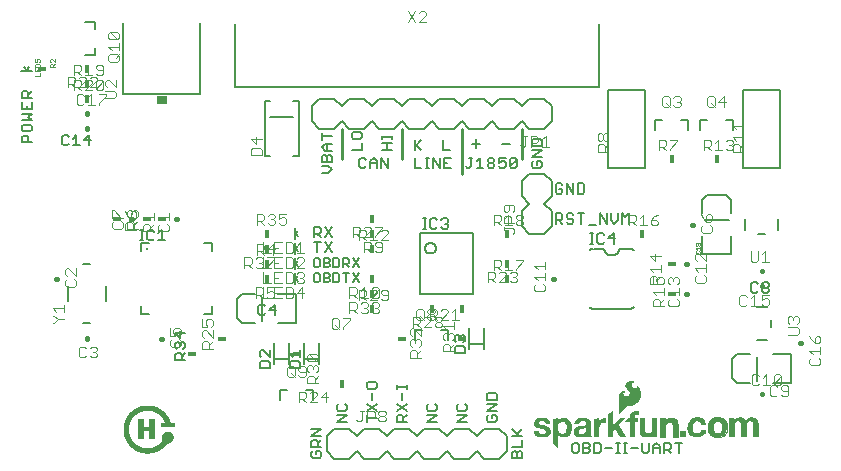
<source format=gbr>
G04 EAGLE Gerber RS-274X export*
G75*
%MOMM*%
%FSLAX34Y34*%
%LPD*%
%INSilkscreen Top*%
%IPPOS*%
%AMOC8*
5,1,8,0,0,1.08239X$1,22.5*%
G01*
%ADD10C,0.254000*%
%ADD11C,0.152400*%
%ADD12C,0.203200*%
%ADD13C,0.127000*%
%ADD14C,0.406400*%
%ADD15C,0.101600*%
%ADD16R,0.406400X0.711200*%
%ADD17R,0.711200X0.406400*%
%ADD18C,0.076200*%
%ADD19C,0.300000*%
%ADD20R,0.863600X0.762000*%
%ADD21C,0.025400*%
%ADD22R,0.495300X0.485100*%
%ADD23C,0.457200*%
%ADD24C,0.508000*%
%ADD25R,1.270000X0.431800*%
%ADD26R,0.508000X1.727200*%
%ADD27R,0.762000X0.431800*%
%ADD28R,0.508000X1.701800*%

G36*
X514080Y50320D02*
X514080Y50320D01*
X514084Y50318D01*
X514154Y50354D01*
X514164Y50359D01*
X514165Y50360D01*
X519037Y55842D01*
X519891Y56624D01*
X520881Y57213D01*
X521232Y57340D01*
X521600Y57405D01*
X523875Y57405D01*
X523880Y57407D01*
X523886Y57405D01*
X525250Y57529D01*
X525260Y57535D01*
X525272Y57533D01*
X526591Y57901D01*
X526599Y57909D01*
X526612Y57910D01*
X527842Y58510D01*
X527849Y58517D01*
X527860Y58520D01*
X529017Y59337D01*
X529022Y59345D01*
X529031Y59348D01*
X530062Y60320D01*
X530065Y60328D01*
X530071Y60330D01*
X530071Y60332D01*
X530074Y60333D01*
X530959Y61440D01*
X530961Y61450D01*
X530970Y61457D01*
X531917Y63138D01*
X531918Y63149D01*
X531926Y63159D01*
X532554Y64983D01*
X532553Y64994D01*
X532560Y65005D01*
X532848Y66912D01*
X532845Y66923D01*
X532850Y66935D01*
X532848Y66987D01*
X532840Y67239D01*
X532836Y67365D01*
X532836Y67366D01*
X532828Y67618D01*
X532820Y67871D01*
X532816Y67997D01*
X532808Y68249D01*
X532797Y68628D01*
X532789Y68863D01*
X532785Y68872D01*
X532787Y68884D01*
X532580Y69923D01*
X532575Y69931D01*
X532575Y69942D01*
X532217Y70939D01*
X532211Y70946D01*
X532210Y70957D01*
X531708Y71891D01*
X531699Y71898D01*
X531696Y71910D01*
X530789Y73047D01*
X530778Y73053D01*
X530771Y73066D01*
X529645Y73987D01*
X529602Y73999D01*
X529561Y74015D01*
X529556Y74013D01*
X529550Y74014D01*
X529512Y73993D01*
X529472Y73974D01*
X529469Y73968D01*
X529465Y73966D01*
X529457Y73937D01*
X529439Y73889D01*
X529439Y73009D01*
X529423Y72889D01*
X529379Y72786D01*
X529105Y72447D01*
X528744Y72198D01*
X528570Y72133D01*
X528032Y72075D01*
X527502Y72173D01*
X527014Y72422D01*
X526112Y73073D01*
X525700Y73427D01*
X525349Y73837D01*
X525066Y74295D01*
X524860Y74789D01*
X524801Y75089D01*
X524813Y75392D01*
X524970Y75911D01*
X525256Y76371D01*
X525651Y76741D01*
X526132Y76996D01*
X526622Y77135D01*
X527133Y77192D01*
X527736Y77192D01*
X527737Y77192D01*
X527759Y77201D01*
X527827Y77230D01*
X527862Y77322D01*
X527858Y77331D01*
X527824Y77407D01*
X527822Y77410D01*
X527821Y77411D01*
X527820Y77412D01*
X527799Y77432D01*
X527792Y77435D01*
X527788Y77443D01*
X527353Y77781D01*
X527338Y77785D01*
X527326Y77797D01*
X526822Y78018D01*
X526821Y78018D01*
X526465Y78170D01*
X526237Y78271D01*
X526227Y78272D01*
X526217Y78278D01*
X525339Y78498D01*
X525330Y78497D01*
X525320Y78501D01*
X524420Y78587D01*
X524410Y78583D01*
X524398Y78587D01*
X523530Y78521D01*
X523519Y78515D01*
X523506Y78516D01*
X522666Y78285D01*
X522656Y78277D01*
X522643Y78276D01*
X521863Y77888D01*
X521856Y77880D01*
X521845Y77877D01*
X521068Y77317D01*
X521064Y77310D01*
X521055Y77306D01*
X520359Y76648D01*
X520354Y76637D01*
X520343Y76629D01*
X519912Y76026D01*
X519909Y76011D01*
X519897Y75998D01*
X519630Y75306D01*
X519630Y75290D01*
X519622Y75275D01*
X519535Y74538D01*
X519540Y74523D01*
X519536Y74506D01*
X519635Y73771D01*
X519643Y73758D01*
X519643Y73741D01*
X519923Y73053D01*
X519932Y73044D01*
X519935Y73030D01*
X521122Y71272D01*
X521130Y71267D01*
X521134Y71256D01*
X522587Y69715D01*
X522957Y69280D01*
X523197Y68777D01*
X523299Y68229D01*
X523256Y67673D01*
X523070Y67148D01*
X522755Y66688D01*
X522330Y66323D01*
X521787Y66030D01*
X521201Y65832D01*
X520591Y65735D01*
X519880Y65770D01*
X519202Y65977D01*
X518596Y66342D01*
X518283Y66670D01*
X518077Y67074D01*
X517984Y67490D01*
X517984Y67918D01*
X518077Y68333D01*
X518149Y68471D01*
X518267Y68585D01*
X519091Y69184D01*
X519224Y69255D01*
X519362Y69283D01*
X519520Y69267D01*
X519563Y69281D01*
X519608Y69292D01*
X519610Y69296D01*
X519614Y69297D01*
X519634Y69338D01*
X519657Y69377D01*
X519656Y69381D01*
X519658Y69385D01*
X519643Y69428D01*
X519630Y69472D01*
X519627Y69474D01*
X519626Y69478D01*
X519588Y69497D01*
X519552Y69518D01*
X519069Y69594D01*
X519064Y69593D01*
X519059Y69595D01*
X518119Y69668D01*
X518110Y69665D01*
X518099Y69668D01*
X517159Y69595D01*
X517149Y69590D01*
X517137Y69591D01*
X516438Y69407D01*
X516428Y69399D01*
X516414Y69398D01*
X515766Y69077D01*
X515758Y69068D01*
X515744Y69064D01*
X515174Y68619D01*
X515168Y68608D01*
X515156Y68602D01*
X514686Y68052D01*
X514682Y68040D01*
X514671Y68031D01*
X514270Y67299D01*
X514269Y67286D01*
X514260Y67275D01*
X514020Y66476D01*
X514021Y66463D01*
X514015Y66450D01*
X513945Y65619D01*
X513947Y65613D01*
X513945Y65608D01*
X513945Y50444D01*
X513947Y50439D01*
X513945Y50435D01*
X513966Y50395D01*
X513983Y50353D01*
X513988Y50352D01*
X513990Y50347D01*
X514033Y50334D01*
X514075Y50318D01*
X514080Y50320D01*
G37*
G36*
X462667Y21643D02*
X462667Y21643D01*
X462670Y21642D01*
X462712Y21663D01*
X462754Y21683D01*
X462755Y21685D01*
X462757Y21686D01*
X462764Y21708D01*
X462787Y21768D01*
X462787Y32872D01*
X462788Y32870D01*
X463308Y32154D01*
X463319Y32147D01*
X463326Y32134D01*
X463986Y31544D01*
X463998Y31540D01*
X464008Y31529D01*
X464777Y31092D01*
X464790Y31090D01*
X464802Y31081D01*
X465646Y30817D01*
X465657Y30818D01*
X465668Y30812D01*
X466885Y30657D01*
X466894Y30659D01*
X466903Y30656D01*
X468130Y30673D01*
X468138Y30676D01*
X468148Y30674D01*
X469360Y30863D01*
X469369Y30868D01*
X469380Y30868D01*
X470299Y31162D01*
X470307Y31169D01*
X470319Y31171D01*
X471175Y31617D01*
X471181Y31625D01*
X471193Y31628D01*
X471961Y32213D01*
X471966Y32222D01*
X471977Y32227D01*
X472634Y32934D01*
X472638Y32944D01*
X472648Y32951D01*
X473420Y34136D01*
X473422Y34146D01*
X473430Y34155D01*
X473986Y35455D01*
X473986Y35466D01*
X473993Y35476D01*
X474316Y36852D01*
X474314Y36863D01*
X474319Y36874D01*
X474437Y39089D01*
X474433Y39100D01*
X474436Y39112D01*
X474153Y41312D01*
X474148Y41322D01*
X474148Y41334D01*
X473474Y43447D01*
X473466Y43457D01*
X473464Y43470D01*
X472885Y44511D01*
X472874Y44519D01*
X472869Y44533D01*
X472077Y45423D01*
X472068Y45428D01*
X472061Y45438D01*
X471237Y46091D01*
X471229Y46093D01*
X471223Y46100D01*
X470321Y46641D01*
X470311Y46643D01*
X470302Y46651D01*
X469278Y47051D01*
X469265Y47051D01*
X469253Y47058D01*
X468168Y47241D01*
X468157Y47239D01*
X468145Y47243D01*
X466164Y47218D01*
X466153Y47213D01*
X466140Y47216D01*
X465658Y47114D01*
X465649Y47107D01*
X465637Y47107D01*
X464316Y46574D01*
X464309Y46567D01*
X464299Y46566D01*
X463905Y46333D01*
X463898Y46324D01*
X463886Y46319D01*
X463543Y46018D01*
X463540Y46012D01*
X463533Y46009D01*
X462644Y45044D01*
X462644Y45043D01*
X462643Y45042D01*
X462509Y44893D01*
X462533Y46810D01*
X462527Y46825D01*
X462530Y46839D01*
X462510Y46868D01*
X462496Y46902D01*
X462482Y46907D01*
X462473Y46920D01*
X462432Y46927D01*
X462405Y46938D01*
X462395Y46934D01*
X462384Y46936D01*
X458498Y46200D01*
X458464Y46178D01*
X458428Y46161D01*
X458424Y46151D01*
X458416Y46145D01*
X458410Y46116D01*
X458395Y46076D01*
X458395Y25502D01*
X458397Y25496D01*
X458395Y25489D01*
X458424Y25432D01*
X458433Y25411D01*
X458435Y25410D01*
X458436Y25408D01*
X462576Y21674D01*
X462621Y21659D01*
X462665Y21642D01*
X462667Y21643D01*
G37*
G36*
X622175Y30990D02*
X622175Y30990D01*
X622177Y30989D01*
X622220Y31009D01*
X622264Y31027D01*
X622264Y31029D01*
X622266Y31030D01*
X622299Y31115D01*
X622299Y40636D01*
X622374Y41739D01*
X622523Y42378D01*
X622796Y42973D01*
X623181Y43501D01*
X623499Y43787D01*
X623872Y43997D01*
X624281Y44123D01*
X625184Y44215D01*
X626088Y44147D01*
X626536Y44019D01*
X626942Y43793D01*
X627102Y43647D01*
X627285Y43480D01*
X627546Y43096D01*
X627858Y42274D01*
X627965Y41394D01*
X627965Y31115D01*
X627966Y31113D01*
X627965Y31111D01*
X627985Y31068D01*
X628003Y31024D01*
X628005Y31024D01*
X628006Y31022D01*
X628091Y30989D01*
X632333Y30989D01*
X632335Y30990D01*
X632337Y30989D01*
X632380Y31009D01*
X632424Y31027D01*
X632424Y31029D01*
X632426Y31030D01*
X632459Y31115D01*
X632459Y42697D01*
X632456Y42706D01*
X632458Y42716D01*
X632289Y43812D01*
X632283Y43823D01*
X632283Y43837D01*
X631897Y44876D01*
X631888Y44885D01*
X631885Y44899D01*
X631297Y45838D01*
X631286Y45846D01*
X631281Y45859D01*
X630635Y46523D01*
X630623Y46528D01*
X630614Y46541D01*
X629840Y47048D01*
X629826Y47050D01*
X629815Y47061D01*
X628949Y47387D01*
X628938Y47387D01*
X628928Y47393D01*
X627668Y47642D01*
X627662Y47640D01*
X627654Y47644D01*
X626375Y47751D01*
X626365Y47748D01*
X626355Y47751D01*
X625461Y47690D01*
X625451Y47684D01*
X625437Y47686D01*
X624572Y47454D01*
X624562Y47447D01*
X624549Y47446D01*
X623744Y47052D01*
X623737Y47045D01*
X623725Y47042D01*
X622836Y46404D01*
X622832Y46396D01*
X622822Y46392D01*
X622034Y45633D01*
X622033Y45630D01*
X622030Y45629D01*
X621575Y45148D01*
X621533Y45106D01*
X621153Y45764D01*
X621143Y45771D01*
X621139Y45784D01*
X620557Y46453D01*
X620546Y46458D01*
X620539Y46470D01*
X619841Y47016D01*
X619829Y47019D01*
X619820Y47029D01*
X619030Y47432D01*
X619018Y47433D01*
X619007Y47442D01*
X618084Y47702D01*
X618072Y47701D01*
X618059Y47707D01*
X617102Y47776D01*
X617092Y47773D01*
X617081Y47776D01*
X615709Y47649D01*
X615702Y47645D01*
X615692Y47646D01*
X614600Y47392D01*
X614590Y47385D01*
X614577Y47384D01*
X613687Y46980D01*
X613677Y46968D01*
X613661Y46963D01*
X612899Y46351D01*
X612895Y46344D01*
X612887Y46341D01*
X612777Y46227D01*
X612655Y46100D01*
X612654Y46100D01*
X612532Y45974D01*
X612410Y45848D01*
X612288Y45722D01*
X612166Y45595D01*
X612165Y45595D01*
X612125Y45554D01*
X612123Y45547D01*
X612116Y45543D01*
X611814Y45147D01*
X611783Y45140D01*
X611783Y47193D01*
X611782Y47195D01*
X611783Y47197D01*
X611763Y47240D01*
X611745Y47284D01*
X611743Y47284D01*
X611742Y47286D01*
X611657Y47319D01*
X607670Y47319D01*
X607668Y47318D01*
X607666Y47319D01*
X607623Y47299D01*
X607579Y47281D01*
X607579Y47279D01*
X607577Y47278D01*
X607544Y47193D01*
X607544Y31140D01*
X607545Y31138D01*
X607544Y31136D01*
X607564Y31093D01*
X607582Y31049D01*
X607584Y31049D01*
X607585Y31047D01*
X607670Y31014D01*
X611988Y31014D01*
X611990Y31015D01*
X611992Y31014D01*
X612035Y31034D01*
X612079Y31052D01*
X612079Y31054D01*
X612081Y31055D01*
X612114Y31140D01*
X612114Y40945D01*
X612113Y40948D01*
X612114Y40951D01*
X612084Y41573D01*
X612216Y42164D01*
X612499Y42702D01*
X613319Y43646D01*
X613673Y43912D01*
X614077Y44090D01*
X614517Y44172D01*
X615365Y44222D01*
X615842Y44190D01*
X616293Y44054D01*
X616701Y43821D01*
X617048Y43503D01*
X617418Y42956D01*
X617649Y42337D01*
X617729Y41674D01*
X617729Y31115D01*
X617730Y31113D01*
X617729Y31111D01*
X617749Y31068D01*
X617767Y31024D01*
X617769Y31024D01*
X617770Y31022D01*
X617855Y30989D01*
X622173Y30989D01*
X622175Y30990D01*
G37*
G36*
X481854Y30625D02*
X481854Y30625D01*
X481865Y30622D01*
X483483Y30863D01*
X483492Y30869D01*
X483505Y30868D01*
X484540Y31221D01*
X484549Y31228D01*
X484561Y31230D01*
X485512Y31770D01*
X485520Y31779D01*
X485532Y31784D01*
X486359Y32487D01*
X486383Y32503D01*
X486392Y32504D01*
X486400Y32502D01*
X486407Y32496D01*
X486416Y32473D01*
X486643Y31444D01*
X486645Y31441D01*
X486644Y31438D01*
X486720Y31158D01*
X486731Y31144D01*
X486735Y31125D01*
X486756Y31089D01*
X486780Y31072D01*
X486807Y31043D01*
X486844Y31024D01*
X486874Y31022D01*
X486912Y31011D01*
X486948Y31014D01*
X490982Y31014D01*
X491005Y31023D01*
X491030Y31023D01*
X491048Y31042D01*
X491073Y31052D01*
X491082Y31075D01*
X491099Y31093D01*
X491100Y31122D01*
X491108Y31144D01*
X491100Y31162D01*
X491100Y31184D01*
X491026Y31383D01*
X490677Y32678D01*
X490575Y34015D01*
X490600Y38353D01*
X490599Y38356D01*
X490600Y38358D01*
X490580Y38401D01*
X490567Y38434D01*
X490575Y38456D01*
X490575Y43282D01*
X490572Y43289D01*
X490574Y43298D01*
X490483Y44033D01*
X490476Y44046D01*
X490476Y44063D01*
X490209Y44754D01*
X490198Y44764D01*
X490194Y44781D01*
X489767Y45386D01*
X489754Y45394D01*
X489746Y45409D01*
X489184Y45892D01*
X489171Y45896D01*
X489161Y45907D01*
X487858Y46601D01*
X487846Y46602D01*
X487835Y46610D01*
X486421Y47035D01*
X486411Y47034D01*
X486402Y47039D01*
X484663Y47269D01*
X484655Y47267D01*
X484647Y47270D01*
X482893Y47278D01*
X482886Y47275D01*
X482877Y47278D01*
X481137Y47064D01*
X481129Y47060D01*
X481119Y47061D01*
X479890Y46727D01*
X479882Y46720D01*
X479871Y46720D01*
X478713Y46191D01*
X478705Y46182D01*
X478692Y46179D01*
X477875Y45605D01*
X477868Y45594D01*
X477855Y45588D01*
X477172Y44858D01*
X477169Y44849D01*
X477167Y44849D01*
X477165Y44844D01*
X477156Y44837D01*
X476637Y43984D01*
X476635Y43971D01*
X476625Y43960D01*
X476291Y43019D01*
X476292Y43006D01*
X476285Y42993D01*
X476163Y42102D01*
X476160Y42100D01*
X476159Y42100D01*
X476140Y42051D01*
X476124Y42008D01*
X476126Y42003D01*
X476159Y41925D01*
X476184Y41899D01*
X476224Y41881D01*
X476262Y41860D01*
X476268Y41862D01*
X476275Y41860D01*
X476315Y41877D01*
X476345Y41886D01*
X480492Y41886D01*
X480494Y41887D01*
X480496Y41886D01*
X480539Y41906D01*
X480583Y41924D01*
X480583Y41926D01*
X480585Y41927D01*
X480618Y42012D01*
X480618Y42055D01*
X480681Y42586D01*
X480865Y43081D01*
X481160Y43519D01*
X481550Y43875D01*
X482014Y44130D01*
X482575Y44295D01*
X483162Y44349D01*
X484517Y44299D01*
X484886Y44238D01*
X485232Y44110D01*
X485546Y43917D01*
X485799Y43683D01*
X485998Y43404D01*
X486137Y43090D01*
X486248Y42569D01*
X486248Y42038D01*
X486137Y41517D01*
X486095Y41420D01*
X486035Y41333D01*
X485751Y41072D01*
X485323Y40826D01*
X484854Y40661D01*
X483548Y40435D01*
X481342Y40207D01*
X481338Y40204D01*
X481333Y40205D01*
X479796Y39927D01*
X479788Y39923D01*
X479779Y39923D01*
X478294Y39439D01*
X478286Y39432D01*
X478274Y39431D01*
X477578Y39065D01*
X477570Y39055D01*
X477557Y39051D01*
X476947Y38553D01*
X476941Y38542D01*
X476931Y38536D01*
X476930Y38536D01*
X476929Y38535D01*
X476431Y37926D01*
X476427Y37913D01*
X476416Y37902D01*
X475987Y37040D01*
X475986Y37025D01*
X475977Y37011D01*
X475771Y36070D01*
X475773Y36057D01*
X475768Y36043D01*
X475765Y34982D01*
X475770Y34972D01*
X475767Y34959D01*
X475956Y33915D01*
X475962Y33906D01*
X475962Y33893D01*
X476335Y32900D01*
X476343Y32891D01*
X476345Y32879D01*
X476637Y32396D01*
X476646Y32389D01*
X476651Y32377D01*
X477028Y31957D01*
X477039Y31952D01*
X477046Y31941D01*
X477494Y31599D01*
X477507Y31595D01*
X477517Y31585D01*
X478786Y30979D01*
X478799Y30979D01*
X478812Y30970D01*
X480184Y30662D01*
X480196Y30664D01*
X480209Y30659D01*
X481844Y30621D01*
X481854Y30625D01*
G37*
G36*
X509221Y30888D02*
X509221Y30888D01*
X509223Y30887D01*
X509266Y30907D01*
X509310Y30925D01*
X509310Y30927D01*
X509312Y30928D01*
X509345Y31013D01*
X509345Y36421D01*
X511000Y38028D01*
X515233Y31050D01*
X515248Y31039D01*
X515256Y31022D01*
X515290Y31009D01*
X515313Y30992D01*
X515326Y30994D01*
X515340Y30989D01*
X520420Y30964D01*
X520456Y30979D01*
X520494Y30987D01*
X520500Y30997D01*
X520511Y31002D01*
X520526Y31038D01*
X520546Y31071D01*
X520543Y31083D01*
X520547Y31093D01*
X520535Y31121D01*
X520526Y31160D01*
X513929Y41055D01*
X519620Y46621D01*
X519621Y46622D01*
X519623Y46623D01*
X519640Y46668D01*
X519658Y46712D01*
X519658Y46713D01*
X519658Y46715D01*
X519638Y46758D01*
X519619Y46802D01*
X519618Y46803D01*
X519617Y46804D01*
X519532Y46837D01*
X514858Y46837D01*
X514855Y46836D01*
X514852Y46837D01*
X514769Y46800D01*
X509294Y41326D01*
X509294Y52756D01*
X509281Y52788D01*
X509276Y52822D01*
X509262Y52832D01*
X509256Y52847D01*
X509224Y52859D01*
X509195Y52879D01*
X509178Y52877D01*
X509164Y52882D01*
X509139Y52871D01*
X509105Y52866D01*
X504965Y50504D01*
X504953Y50487D01*
X504935Y50479D01*
X504922Y50447D01*
X504906Y50425D01*
X504908Y50410D01*
X504902Y50394D01*
X504902Y31064D01*
X504903Y31061D01*
X504902Y31058D01*
X504939Y30975D01*
X504990Y30924D01*
X504993Y30923D01*
X504994Y30920D01*
X505079Y30887D01*
X509219Y30887D01*
X509221Y30888D01*
G37*
G36*
X538148Y30613D02*
X538148Y30613D01*
X538155Y30616D01*
X538164Y30615D01*
X539642Y30838D01*
X539650Y30843D01*
X539660Y30842D01*
X539922Y30923D01*
X539930Y30929D01*
X539942Y30931D01*
X540187Y31053D01*
X540194Y31060D01*
X540204Y31063D01*
X541134Y31722D01*
X541139Y31730D01*
X541148Y31733D01*
X541975Y32518D01*
X541978Y32526D01*
X541987Y32531D01*
X542494Y33172D01*
X542494Y31115D01*
X542495Y31113D01*
X542494Y31111D01*
X542514Y31068D01*
X542532Y31024D01*
X542534Y31024D01*
X542535Y31022D01*
X542620Y30989D01*
X546633Y30989D01*
X546635Y30990D01*
X546637Y30989D01*
X546680Y31009D01*
X546724Y31027D01*
X546724Y31029D01*
X546726Y31030D01*
X546759Y31115D01*
X546759Y46736D01*
X546758Y46738D01*
X546759Y46740D01*
X546739Y46783D01*
X546721Y46827D01*
X546719Y46827D01*
X546718Y46829D01*
X546633Y46862D01*
X542417Y46862D01*
X542415Y46861D01*
X542413Y46862D01*
X542370Y46842D01*
X542326Y46824D01*
X542326Y46822D01*
X542324Y46821D01*
X542291Y46736D01*
X542291Y38434D01*
X542215Y37204D01*
X541990Y36000D01*
X541781Y35450D01*
X541454Y34965D01*
X541023Y34568D01*
X540513Y34280D01*
X539822Y34068D01*
X539101Y34001D01*
X538382Y34081D01*
X537693Y34304D01*
X537298Y34529D01*
X536957Y34830D01*
X536685Y35192D01*
X536342Y35960D01*
X536193Y36790D01*
X536193Y46787D01*
X536192Y46789D01*
X536193Y46791D01*
X536173Y46834D01*
X536155Y46878D01*
X536153Y46878D01*
X536152Y46880D01*
X536067Y46913D01*
X531927Y46913D01*
X531925Y46912D01*
X531923Y46913D01*
X531880Y46893D01*
X531836Y46875D01*
X531836Y46873D01*
X531834Y46872D01*
X531801Y46787D01*
X531801Y35992D01*
X531803Y35987D01*
X531801Y35980D01*
X531902Y34881D01*
X531907Y34872D01*
X531907Y34871D01*
X531908Y34869D01*
X531906Y34858D01*
X532206Y33795D01*
X532213Y33786D01*
X532214Y33773D01*
X532702Y32783D01*
X532711Y32775D01*
X532715Y32763D01*
X533375Y31878D01*
X533385Y31871D01*
X533392Y31859D01*
X533646Y31631D01*
X533654Y31628D01*
X533655Y31626D01*
X533660Y31624D01*
X533666Y31616D01*
X534568Y31090D01*
X534580Y31089D01*
X534590Y31080D01*
X535576Y30737D01*
X535588Y30738D01*
X535600Y30731D01*
X536633Y30584D01*
X536643Y30587D01*
X536654Y30583D01*
X538148Y30613D01*
G37*
G36*
X553341Y30914D02*
X553341Y30914D01*
X553343Y30913D01*
X553386Y30933D01*
X553430Y30951D01*
X553430Y30953D01*
X553432Y30954D01*
X553465Y31039D01*
X553465Y40405D01*
X553546Y41188D01*
X553762Y41938D01*
X554125Y42617D01*
X554642Y43186D01*
X555099Y43500D01*
X555615Y43704D01*
X556171Y43791D01*
X557276Y43841D01*
X557592Y43824D01*
X557892Y43747D01*
X558327Y43530D01*
X558701Y43221D01*
X558997Y42834D01*
X559307Y42192D01*
X559498Y41504D01*
X559563Y40786D01*
X559563Y31140D01*
X559564Y31138D01*
X559563Y31136D01*
X559583Y31093D01*
X559601Y31049D01*
X559603Y31049D01*
X559604Y31047D01*
X559689Y31014D01*
X563778Y31014D01*
X563780Y31015D01*
X563782Y31014D01*
X563825Y31034D01*
X563869Y31052D01*
X563869Y31054D01*
X563871Y31055D01*
X563904Y31140D01*
X563904Y41681D01*
X563902Y41686D01*
X563904Y41691D01*
X563814Y42820D01*
X563810Y42828D01*
X563811Y42837D01*
X563571Y43944D01*
X563566Y43952D01*
X563566Y43962D01*
X563297Y44667D01*
X563289Y44675D01*
X563287Y44687D01*
X562903Y45336D01*
X562894Y45342D01*
X562890Y45354D01*
X562401Y45929D01*
X562390Y45934D01*
X562383Y45946D01*
X561598Y46564D01*
X561585Y46567D01*
X561574Y46579D01*
X560669Y47001D01*
X560655Y47002D01*
X560641Y47010D01*
X559664Y47216D01*
X559653Y47213D01*
X559641Y47218D01*
X557635Y47268D01*
X557625Y47264D01*
X557614Y47267D01*
X556562Y47112D01*
X556551Y47105D01*
X556537Y47105D01*
X555540Y46736D01*
X555530Y46727D01*
X555516Y46724D01*
X554618Y46157D01*
X554611Y46148D01*
X554600Y46144D01*
X554139Y45728D01*
X554136Y45720D01*
X554128Y45716D01*
X553726Y45243D01*
X553724Y45238D01*
X553720Y45236D01*
X553443Y44858D01*
X553329Y44722D01*
X553287Y44693D01*
X553287Y46761D01*
X553286Y46763D01*
X553287Y46765D01*
X553267Y46808D01*
X553249Y46852D01*
X553247Y46852D01*
X553246Y46854D01*
X553161Y46887D01*
X549123Y46887D01*
X549121Y46886D01*
X549119Y46887D01*
X549076Y46867D01*
X549032Y46849D01*
X549032Y46847D01*
X549030Y46846D01*
X548997Y46761D01*
X548997Y31039D01*
X548998Y31037D01*
X548997Y31035D01*
X549017Y30992D01*
X549035Y30948D01*
X549037Y30948D01*
X549038Y30946D01*
X549123Y30913D01*
X553339Y30913D01*
X553341Y30914D01*
G37*
G36*
X599936Y31091D02*
X599936Y31091D01*
X599948Y31098D01*
X599964Y31098D01*
X601818Y31733D01*
X601831Y31744D01*
X601850Y31749D01*
X602967Y32536D01*
X602972Y32544D01*
X602981Y32548D01*
X604175Y33691D01*
X604181Y33705D01*
X604195Y33715D01*
X605008Y35010D01*
X605011Y35027D01*
X605023Y35043D01*
X605709Y37507D01*
X605707Y37517D01*
X605712Y37526D01*
X605966Y39634D01*
X605962Y39649D01*
X605966Y39665D01*
X605686Y41850D01*
X605677Y41865D01*
X605676Y41885D01*
X604635Y44222D01*
X604622Y44234D01*
X604616Y44253D01*
X603524Y45523D01*
X603510Y45530D01*
X603500Y45545D01*
X601519Y46916D01*
X601503Y46919D01*
X601488Y46931D01*
X599862Y47490D01*
X599849Y47490D01*
X599837Y47496D01*
X597830Y47750D01*
X597821Y47748D01*
X597812Y47751D01*
X597775Y47735D01*
X597735Y47724D01*
X597731Y47715D01*
X597722Y47711D01*
X597702Y47662D01*
X597688Y47637D01*
X597690Y47632D01*
X597688Y47627D01*
X597638Y44655D01*
X597639Y44652D01*
X597638Y44649D01*
X597657Y44607D01*
X597675Y44564D01*
X597678Y44563D01*
X597679Y44560D01*
X597764Y44527D01*
X597860Y44527D01*
X599047Y44428D01*
X600000Y43915D01*
X600834Y43106D01*
X601578Y41494D01*
X601829Y39565D01*
X601829Y38140D01*
X601454Y36592D01*
X600911Y35382D01*
X599832Y34401D01*
X598081Y33809D01*
X596333Y34031D01*
X594685Y35039D01*
X594147Y36066D01*
X593773Y37215D01*
X593598Y38463D01*
X593648Y40322D01*
X593922Y41796D01*
X594318Y42685D01*
X595106Y43769D01*
X596254Y44404D01*
X597349Y44554D01*
X597386Y44576D01*
X597425Y44594D01*
X597428Y44601D01*
X597434Y44604D01*
X597441Y44634D01*
X597458Y44679D01*
X597458Y47600D01*
X597447Y47627D01*
X597445Y47656D01*
X597428Y47672D01*
X597420Y47691D01*
X597398Y47699D01*
X597378Y47717D01*
X597251Y47767D01*
X597229Y47767D01*
X597205Y47776D01*
X597154Y47776D01*
X597147Y47773D01*
X597139Y47775D01*
X595666Y47598D01*
X595648Y47588D01*
X595625Y47586D01*
X592247Y45909D01*
X592230Y45890D01*
X592204Y45874D01*
X590070Y43156D01*
X590063Y43132D01*
X590046Y43106D01*
X589233Y39550D01*
X589237Y39528D01*
X589231Y39502D01*
X589841Y35616D01*
X589854Y35596D01*
X589860Y35568D01*
X591460Y33079D01*
X591481Y33064D01*
X591499Y33040D01*
X594344Y31262D01*
X594368Y31258D01*
X594394Y31244D01*
X597391Y30838D01*
X597405Y30842D01*
X597421Y30837D01*
X599936Y31091D01*
G37*
G36*
X450759Y30680D02*
X450759Y30680D01*
X450765Y30682D01*
X450772Y30681D01*
X452086Y30863D01*
X452094Y30867D01*
X452103Y30867D01*
X453103Y31149D01*
X453112Y31156D01*
X453124Y31157D01*
X454059Y31608D01*
X454066Y31616D01*
X454078Y31619D01*
X454922Y32225D01*
X454927Y32235D01*
X454938Y32240D01*
X455664Y32983D01*
X455668Y32993D01*
X455679Y33001D01*
X456058Y33565D01*
X456060Y33576D01*
X456069Y33586D01*
X456335Y34211D01*
X456335Y34223D01*
X456343Y34234D01*
X456485Y34898D01*
X456484Y34907D01*
X456488Y34916D01*
X456564Y35957D01*
X456561Y35966D01*
X456564Y35977D01*
X456470Y37032D01*
X456463Y37045D01*
X456463Y37061D01*
X456126Y38064D01*
X456117Y38075D01*
X456114Y38090D01*
X455862Y38502D01*
X455852Y38509D01*
X455846Y38523D01*
X455514Y38873D01*
X455503Y38877D01*
X455497Y38888D01*
X454805Y39396D01*
X454797Y39398D01*
X454790Y39406D01*
X454034Y39811D01*
X454025Y39812D01*
X454018Y39818D01*
X452362Y40428D01*
X452354Y40428D01*
X452346Y40433D01*
X450623Y40814D01*
X450622Y40814D01*
X450621Y40815D01*
X448598Y41219D01*
X447846Y41491D01*
X447171Y41907D01*
X446888Y42200D01*
X446704Y42561D01*
X446639Y42930D01*
X446687Y43302D01*
X446842Y43644D01*
X447075Y43912D01*
X447376Y44107D01*
X447800Y44264D01*
X448249Y44349D01*
X449098Y44393D01*
X449945Y44349D01*
X450441Y44251D01*
X450908Y44062D01*
X451331Y43791D01*
X451606Y43527D01*
X451824Y43214D01*
X451974Y42862D01*
X452029Y42619D01*
X452045Y42359D01*
X452066Y42317D01*
X452086Y42274D01*
X452088Y42273D01*
X452089Y42271D01*
X452108Y42265D01*
X452171Y42241D01*
X456057Y42241D01*
X456066Y42244D01*
X456074Y42242D01*
X456110Y42263D01*
X456148Y42279D01*
X456151Y42288D01*
X456159Y42293D01*
X456173Y42344D01*
X456183Y42371D01*
X456181Y42375D01*
X456182Y42378D01*
X456182Y42379D01*
X456183Y42380D01*
X456107Y43091D01*
X456101Y43101D01*
X456103Y43112D01*
X456098Y43118D01*
X456098Y43125D01*
X456106Y43138D01*
X456100Y43162D01*
X456103Y43171D01*
X456099Y43179D01*
X456100Y43198D01*
X455897Y43756D01*
X455893Y43760D01*
X455893Y43765D01*
X455537Y44553D01*
X455530Y44559D01*
X455528Y44570D01*
X455242Y45012D01*
X455234Y45017D01*
X455230Y45027D01*
X454882Y45423D01*
X454872Y45427D01*
X454865Y45438D01*
X453906Y46195D01*
X453893Y46199D01*
X453883Y46209D01*
X452786Y46747D01*
X452774Y46748D01*
X452763Y46756D01*
X451412Y47124D01*
X451402Y47123D01*
X451392Y47128D01*
X449999Y47268D01*
X449993Y47266D01*
X449986Y47268D01*
X448183Y47268D01*
X448177Y47266D01*
X448169Y47268D01*
X446740Y47113D01*
X446730Y47107D01*
X446717Y47108D01*
X445339Y46697D01*
X445330Y46690D01*
X445318Y46689D01*
X444037Y46035D01*
X444029Y46026D01*
X444017Y46023D01*
X443541Y45654D01*
X443535Y45643D01*
X443523Y45637D01*
X443129Y45182D01*
X443125Y45171D01*
X443114Y45162D01*
X442815Y44640D01*
X442814Y44627D01*
X442805Y44617D01*
X442447Y43533D01*
X442448Y43521D01*
X442442Y43508D01*
X442313Y42374D01*
X442316Y42362D01*
X442313Y42348D01*
X442418Y41212D01*
X442424Y41201D01*
X442423Y41187D01*
X442575Y40698D01*
X442583Y40688D01*
X442585Y40674D01*
X442834Y40227D01*
X442845Y40219D01*
X442849Y40205D01*
X443186Y39820D01*
X443196Y39815D01*
X443202Y39804D01*
X443879Y39267D01*
X443888Y39264D01*
X443895Y39256D01*
X444646Y38829D01*
X444655Y38828D01*
X444663Y38821D01*
X445471Y38515D01*
X445479Y38515D01*
X445487Y38510D01*
X449118Y37647D01*
X450292Y37341D01*
X451399Y36871D01*
X451735Y36640D01*
X452001Y36336D01*
X452181Y35974D01*
X452266Y35579D01*
X452249Y35175D01*
X452132Y34790D01*
X451924Y34445D01*
X451636Y34161D01*
X451123Y33849D01*
X450556Y33652D01*
X449953Y33578D01*
X448623Y33578D01*
X448061Y33651D01*
X447474Y33868D01*
X446947Y34205D01*
X446505Y34648D01*
X446250Y35062D01*
X446103Y35524D01*
X446074Y36021D01*
X446074Y36068D01*
X446073Y36070D01*
X446074Y36072D01*
X446054Y36115D01*
X446036Y36159D01*
X446034Y36159D01*
X446033Y36161D01*
X445948Y36194D01*
X442087Y36194D01*
X442081Y36192D01*
X442074Y36194D01*
X442062Y36187D01*
X442048Y36188D01*
X442046Y36187D01*
X442045Y36187D01*
X442023Y36167D01*
X441996Y36156D01*
X441994Y36149D01*
X441988Y36146D01*
X441983Y36132D01*
X441973Y36123D01*
X441973Y36122D01*
X441972Y36120D01*
X441971Y36093D01*
X441969Y36086D01*
X441961Y36064D01*
X441962Y36062D01*
X441961Y36059D01*
X441986Y35703D01*
X441989Y35697D01*
X441988Y35690D01*
X442090Y35106D01*
X442095Y35098D01*
X442094Y35087D01*
X442526Y33817D01*
X442533Y33810D01*
X442534Y33800D01*
X442843Y33204D01*
X442853Y33197D01*
X442857Y33184D01*
X443277Y32660D01*
X443288Y32655D01*
X443294Y32643D01*
X443809Y32212D01*
X443817Y32210D01*
X443822Y32203D01*
X445016Y31441D01*
X445024Y31439D01*
X445031Y31432D01*
X445888Y31035D01*
X445901Y31034D01*
X445913Y31026D01*
X446834Y30814D01*
X446843Y30816D01*
X446853Y30811D01*
X449419Y30633D01*
X449426Y30635D01*
X449432Y30633D01*
X450759Y30680D01*
G37*
G36*
X580823Y30636D02*
X580823Y30636D01*
X580832Y30633D01*
X582015Y30729D01*
X582024Y30733D01*
X582035Y30732D01*
X583188Y31014D01*
X583196Y31020D01*
X583207Y31020D01*
X584300Y31482D01*
X584308Y31490D01*
X584320Y31493D01*
X585568Y32313D01*
X585575Y32324D01*
X585588Y32330D01*
X586641Y33388D01*
X586645Y33400D01*
X586657Y33408D01*
X587472Y34659D01*
X587474Y34672D01*
X587484Y34682D01*
X588026Y36073D01*
X588025Y36084D01*
X588032Y36094D01*
X588127Y36559D01*
X588125Y36568D01*
X588129Y36576D01*
X588161Y37051D01*
X588160Y37055D01*
X588161Y37059D01*
X588161Y37109D01*
X588160Y37111D01*
X588161Y37113D01*
X588141Y37156D01*
X588123Y37200D01*
X588121Y37200D01*
X588120Y37202D01*
X588035Y37235D01*
X583971Y37235D01*
X583932Y37219D01*
X583892Y37207D01*
X583887Y37200D01*
X583880Y37197D01*
X583869Y37168D01*
X583846Y37128D01*
X583742Y36452D01*
X583527Y35815D01*
X583206Y35225D01*
X582848Y34793D01*
X582405Y34448D01*
X581875Y34180D01*
X581306Y34007D01*
X580716Y33934D01*
X579915Y33975D01*
X579136Y34156D01*
X578428Y34486D01*
X577820Y34975D01*
X577345Y35594D01*
X577030Y36311D01*
X576684Y37835D01*
X576555Y39395D01*
X576648Y40536D01*
X576953Y41639D01*
X577458Y42664D01*
X578145Y43575D01*
X578492Y43865D01*
X578906Y44051D01*
X579727Y44232D01*
X580567Y44298D01*
X581399Y44215D01*
X582191Y43954D01*
X582684Y43656D01*
X583097Y43255D01*
X583408Y42770D01*
X583601Y42228D01*
X583668Y41649D01*
X583668Y41631D01*
X583669Y41629D01*
X583668Y41627D01*
X583688Y41584D01*
X583706Y41540D01*
X583708Y41540D01*
X583709Y41538D01*
X583794Y41505D01*
X587985Y41505D01*
X587999Y41511D01*
X588013Y41508D01*
X588042Y41529D01*
X588076Y41543D01*
X588081Y41557D01*
X588093Y41566D01*
X588100Y41607D01*
X588111Y41635D01*
X588107Y41644D01*
X588109Y41655D01*
X587872Y42863D01*
X587867Y42871D01*
X587867Y42882D01*
X587443Y44037D01*
X587434Y44045D01*
X587432Y44058D01*
X586792Y45125D01*
X586781Y45132D01*
X586775Y45146D01*
X585920Y46049D01*
X585907Y46055D01*
X585899Y46067D01*
X584868Y46764D01*
X584855Y46767D01*
X584844Y46777D01*
X583687Y47234D01*
X583678Y47234D01*
X583669Y47240D01*
X582258Y47559D01*
X582252Y47558D01*
X582247Y47561D01*
X580813Y47750D01*
X580804Y47748D01*
X580794Y47751D01*
X579252Y47728D01*
X579241Y47723D01*
X579227Y47725D01*
X577721Y47392D01*
X577711Y47385D01*
X577697Y47385D01*
X576306Y46773D01*
X576298Y46765D01*
X576285Y46761D01*
X575036Y45896D01*
X575029Y45886D01*
X575017Y45880D01*
X575008Y45871D01*
X574885Y45744D01*
X574762Y45618D01*
X574515Y45366D01*
X574392Y45239D01*
X574269Y45113D01*
X574146Y44987D01*
X573956Y44792D01*
X573952Y44781D01*
X573941Y44774D01*
X573107Y43503D01*
X573105Y43492D01*
X573096Y43482D01*
X572519Y42076D01*
X572519Y42064D01*
X572512Y42053D01*
X572214Y40563D01*
X572216Y40553D01*
X572212Y40542D01*
X572136Y38053D01*
X572139Y38044D01*
X572137Y38034D01*
X572282Y36818D01*
X572287Y36810D01*
X572286Y36799D01*
X572620Y35621D01*
X572626Y35613D01*
X572627Y35603D01*
X573141Y34492D01*
X573149Y34485D01*
X573151Y34474D01*
X573833Y33458D01*
X573842Y33452D01*
X573846Y33442D01*
X574617Y32619D01*
X574626Y32615D01*
X574632Y32605D01*
X575528Y31921D01*
X575538Y31918D01*
X575546Y31909D01*
X576543Y31383D01*
X576553Y31382D01*
X576562Y31375D01*
X577632Y31020D01*
X577641Y31021D01*
X577650Y31016D01*
X579214Y30734D01*
X579221Y30735D01*
X579228Y30732D01*
X580814Y30633D01*
X580823Y30636D01*
G37*
G36*
X527458Y30914D02*
X527458Y30914D01*
X527460Y30913D01*
X527503Y30933D01*
X527547Y30951D01*
X527547Y30953D01*
X527549Y30954D01*
X527582Y31039D01*
X527582Y43943D01*
X530454Y43943D01*
X530456Y43944D01*
X530458Y43943D01*
X530501Y43963D01*
X530545Y43981D01*
X530545Y43983D01*
X530547Y43984D01*
X530580Y44069D01*
X530580Y46736D01*
X530579Y46738D01*
X530580Y46740D01*
X530560Y46783D01*
X530542Y46827D01*
X530540Y46827D01*
X530539Y46829D01*
X530454Y46862D01*
X527608Y46862D01*
X527608Y48124D01*
X527671Y48586D01*
X527846Y49009D01*
X528028Y49241D01*
X528268Y49411D01*
X528550Y49508D01*
X529450Y49591D01*
X530365Y49506D01*
X530645Y49480D01*
X530651Y49482D01*
X530657Y49480D01*
X530733Y49480D01*
X530735Y49481D01*
X530737Y49480D01*
X530780Y49500D01*
X530824Y49518D01*
X530824Y49520D01*
X530826Y49521D01*
X530859Y49606D01*
X530859Y52629D01*
X530859Y52630D01*
X530859Y52632D01*
X530859Y52633D01*
X530839Y52676D01*
X530821Y52720D01*
X530819Y52720D01*
X530818Y52722D01*
X530733Y52755D01*
X530711Y52755D01*
X529394Y52831D01*
X529391Y52830D01*
X529387Y52831D01*
X527837Y52831D01*
X527827Y52827D01*
X527816Y52829D01*
X526803Y52655D01*
X526793Y52648D01*
X526779Y52648D01*
X525821Y52279D01*
X525812Y52271D01*
X525799Y52268D01*
X524931Y51718D01*
X524925Y51708D01*
X524918Y51706D01*
X524918Y51705D01*
X524912Y51703D01*
X524169Y50993D01*
X524164Y50983D01*
X524153Y50975D01*
X523813Y50498D01*
X523811Y50487D01*
X523802Y50478D01*
X523553Y49947D01*
X523553Y49936D01*
X523545Y49926D01*
X523397Y49359D01*
X523398Y49348D01*
X523393Y49337D01*
X523216Y47203D01*
X523218Y47199D01*
X523216Y47195D01*
X523216Y47193D01*
X523216Y46862D01*
X521970Y46862D01*
X521967Y46861D01*
X521964Y46862D01*
X521881Y46825D01*
X519214Y44158D01*
X519213Y44158D01*
X519213Y44157D01*
X519195Y44112D01*
X519177Y44067D01*
X519177Y44066D01*
X519197Y44021D01*
X519217Y43977D01*
X519218Y43976D01*
X519302Y43943D01*
X523165Y43919D01*
X523165Y31039D01*
X523166Y31037D01*
X523165Y31035D01*
X523185Y30992D01*
X523203Y30948D01*
X523205Y30948D01*
X523206Y30946D01*
X523291Y30913D01*
X527456Y30913D01*
X527458Y30914D01*
G37*
G36*
X497334Y31015D02*
X497334Y31015D01*
X497336Y31014D01*
X497379Y31034D01*
X497423Y31052D01*
X497423Y31054D01*
X497425Y31055D01*
X497458Y31140D01*
X497458Y38959D01*
X497531Y39805D01*
X497731Y40624D01*
X498092Y41417D01*
X498617Y42109D01*
X499284Y42669D01*
X499763Y42933D01*
X500281Y43114D01*
X500823Y43206D01*
X502348Y43206D01*
X502945Y43081D01*
X502948Y43082D01*
X502951Y43080D01*
X503103Y43055D01*
X503112Y43058D01*
X503123Y43054D01*
X503149Y43054D01*
X503151Y43055D01*
X503153Y43054D01*
X503196Y43074D01*
X503240Y43092D01*
X503240Y43094D01*
X503242Y43095D01*
X503275Y43180D01*
X503275Y47041D01*
X503257Y47085D01*
X503239Y47130D01*
X503237Y47130D01*
X503237Y47132D01*
X503220Y47138D01*
X503156Y47167D01*
X501784Y47243D01*
X501774Y47239D01*
X501762Y47242D01*
X501061Y47158D01*
X501051Y47152D01*
X501037Y47153D01*
X500367Y46930D01*
X500358Y46921D01*
X500344Y46919D01*
X499733Y46566D01*
X499731Y46563D01*
X499727Y46562D01*
X498838Y45977D01*
X498835Y45974D01*
X498830Y45972D01*
X498436Y45670D01*
X498429Y45658D01*
X498415Y45650D01*
X498099Y45267D01*
X498097Y45261D01*
X498091Y45256D01*
X497405Y44214D01*
X497226Y43946D01*
X497179Y43931D01*
X497179Y46711D01*
X497174Y46724D01*
X497177Y46737D01*
X497155Y46767D01*
X497141Y46802D01*
X497128Y46807D01*
X497120Y46818D01*
X497077Y46826D01*
X497049Y46837D01*
X497041Y46833D01*
X497031Y46835D01*
X493170Y46149D01*
X493136Y46127D01*
X493099Y46110D01*
X493095Y46101D01*
X493087Y46096D01*
X493082Y46066D01*
X493066Y46025D01*
X493040Y31140D01*
X493041Y31138D01*
X493040Y31136D01*
X493060Y31093D01*
X493078Y31049D01*
X493080Y31049D01*
X493081Y31047D01*
X493166Y31014D01*
X497332Y31014D01*
X497334Y31015D01*
G37*
%LPC*%
G36*
X465825Y33908D02*
X465825Y33908D01*
X465103Y34060D01*
X464425Y34350D01*
X463916Y34713D01*
X463504Y35182D01*
X463205Y35746D01*
X463199Y35750D01*
X463198Y35757D01*
X463147Y35833D01*
X463146Y35834D01*
X463146Y35835D01*
X463104Y35895D01*
X463092Y35954D01*
X463092Y35992D01*
X463092Y35993D01*
X463092Y35994D01*
X463073Y36038D01*
X463054Y36083D01*
X463053Y36083D01*
X463052Y36084D01*
X463007Y36101D01*
X462985Y36109D01*
X462985Y36114D01*
X462994Y36149D01*
X462989Y36186D01*
X462983Y36197D01*
X462984Y36210D01*
X462759Y36885D01*
X462635Y37654D01*
X462609Y40200D01*
X462719Y41015D01*
X462986Y41789D01*
X463399Y42496D01*
X463997Y43176D01*
X464709Y43732D01*
X465047Y43894D01*
X465419Y43968D01*
X466494Y44019D01*
X467061Y43973D01*
X467603Y43817D01*
X468103Y43557D01*
X468862Y42927D01*
X469459Y42141D01*
X469862Y41242D01*
X470053Y40272D01*
X470056Y38301D01*
X469752Y36354D01*
X469463Y35593D01*
X468991Y34935D01*
X468365Y34419D01*
X467626Y34081D01*
X466735Y33902D01*
X465825Y33908D01*
G37*
%LPD*%
%LPC*%
G36*
X481751Y33603D02*
X481751Y33603D01*
X481290Y33700D01*
X480869Y33903D01*
X480507Y34200D01*
X480316Y34450D01*
X480181Y34735D01*
X480110Y35043D01*
X480105Y35296D01*
X480103Y35422D01*
X480101Y35548D01*
X480101Y35549D01*
X480099Y35628D01*
X480206Y36203D01*
X480426Y36745D01*
X480630Y37043D01*
X480898Y37287D01*
X481372Y37571D01*
X481890Y37768D01*
X482440Y37873D01*
X483883Y38025D01*
X483887Y38027D01*
X483891Y38027D01*
X484883Y38196D01*
X484889Y38200D01*
X484898Y38199D01*
X485862Y38487D01*
X485871Y38494D01*
X485884Y38496D01*
X486091Y38603D01*
X486101Y38615D01*
X486117Y38621D01*
X486259Y38748D01*
X486259Y38456D01*
X486260Y38454D01*
X486259Y38452D01*
X486279Y38409D01*
X486279Y38407D01*
X486259Y38354D01*
X486259Y37520D01*
X486189Y36431D01*
X485982Y35361D01*
X485935Y35196D01*
X485828Y34947D01*
X485678Y34728D01*
X484934Y34009D01*
X484643Y33824D01*
X484321Y33702D01*
X483279Y33553D01*
X481751Y33603D01*
G37*
%LPD*%
D10*
X279400Y292100D02*
X279400Y266700D01*
X330200Y266700D02*
X330200Y292100D01*
X381000Y292100D02*
X381000Y254000D01*
X431800Y266700D02*
X431800Y292100D01*
D11*
X475913Y25915D02*
X478794Y25915D01*
X475913Y25915D02*
X474472Y24475D01*
X474472Y18713D01*
X475913Y17272D01*
X478794Y17272D01*
X480234Y18713D01*
X480234Y24475D01*
X478794Y25915D01*
X483827Y25915D02*
X483827Y17272D01*
X483827Y25915D02*
X488149Y25915D01*
X489589Y24475D01*
X489589Y23034D01*
X488149Y21594D01*
X489589Y20153D01*
X489589Y18713D01*
X488149Y17272D01*
X483827Y17272D01*
X483827Y21594D02*
X488149Y21594D01*
X493182Y25915D02*
X493182Y17272D01*
X497504Y17272D01*
X498945Y18713D01*
X498945Y24475D01*
X497504Y25915D01*
X493182Y25915D01*
X502538Y21594D02*
X508300Y21594D01*
X511893Y17272D02*
X514774Y17272D01*
X513333Y17272D02*
X513333Y25915D01*
X511893Y25915D02*
X514774Y25915D01*
X518130Y17272D02*
X521011Y17272D01*
X519570Y17272D02*
X519570Y25915D01*
X518130Y25915D02*
X521011Y25915D01*
X524366Y21594D02*
X530129Y21594D01*
X533722Y18713D02*
X533722Y25915D01*
X533722Y18713D02*
X535162Y17272D01*
X538043Y17272D01*
X539484Y18713D01*
X539484Y25915D01*
X543077Y23034D02*
X543077Y17272D01*
X543077Y23034D02*
X545958Y25915D01*
X548839Y23034D01*
X548839Y17272D01*
X548839Y21594D02*
X543077Y21594D01*
X552432Y25915D02*
X552432Y17272D01*
X552432Y25915D02*
X556754Y25915D01*
X558194Y24475D01*
X558194Y21594D01*
X556754Y20153D01*
X552432Y20153D01*
X555313Y20153D02*
X558194Y17272D01*
X564668Y17272D02*
X564668Y25915D01*
X561787Y25915D02*
X567549Y25915D01*
X309118Y46823D02*
X300475Y46823D01*
X300475Y43942D02*
X300475Y49704D01*
X300475Y53297D02*
X309118Y59059D01*
X309118Y53297D02*
X300475Y59059D01*
X304796Y62652D02*
X304796Y68415D01*
X300475Y73448D02*
X300475Y76329D01*
X300475Y73448D02*
X301915Y72008D01*
X307677Y72008D01*
X309118Y73448D01*
X309118Y76329D01*
X307677Y77770D01*
X301915Y77770D01*
X300475Y76329D01*
X325875Y43942D02*
X334518Y43942D01*
X325875Y43942D02*
X325875Y48264D01*
X327315Y49704D01*
X330196Y49704D01*
X331637Y48264D01*
X331637Y43942D01*
X331637Y46823D02*
X334518Y49704D01*
X334518Y59059D02*
X325875Y53297D01*
X325875Y59059D02*
X334518Y53297D01*
X330196Y62652D02*
X330196Y68415D01*
X334518Y72008D02*
X334518Y74889D01*
X334518Y73448D02*
X325875Y73448D01*
X325875Y72008D02*
X325875Y74889D01*
X351275Y43942D02*
X359918Y43942D01*
X359918Y49704D02*
X351275Y43942D01*
X351275Y49704D02*
X359918Y49704D01*
X351275Y57619D02*
X352715Y59059D01*
X351275Y57619D02*
X351275Y54738D01*
X352715Y53297D01*
X358477Y53297D01*
X359918Y54738D01*
X359918Y57619D01*
X358477Y59059D01*
X376675Y43942D02*
X385318Y43942D01*
X385318Y49704D02*
X376675Y43942D01*
X376675Y49704D02*
X385318Y49704D01*
X376675Y57619D02*
X378115Y59059D01*
X376675Y57619D02*
X376675Y54738D01*
X378115Y53297D01*
X383877Y53297D01*
X385318Y54738D01*
X385318Y57619D01*
X383877Y59059D01*
X402075Y48264D02*
X403515Y49704D01*
X402075Y48264D02*
X402075Y45383D01*
X403515Y43942D01*
X409277Y43942D01*
X410718Y45383D01*
X410718Y48264D01*
X409277Y49704D01*
X406396Y49704D01*
X406396Y46823D01*
X402075Y53297D02*
X410718Y53297D01*
X410718Y59059D02*
X402075Y53297D01*
X402075Y59059D02*
X410718Y59059D01*
X410718Y62652D02*
X402075Y62652D01*
X410718Y62652D02*
X410718Y66974D01*
X409277Y68415D01*
X403515Y68415D01*
X402075Y66974D01*
X402075Y62652D01*
X283718Y43942D02*
X275075Y43942D01*
X283718Y49704D01*
X275075Y49704D01*
X275075Y57619D02*
X276515Y59059D01*
X275075Y57619D02*
X275075Y54738D01*
X276515Y53297D01*
X282277Y53297D01*
X283718Y54738D01*
X283718Y57619D01*
X282277Y59059D01*
X258913Y187452D02*
X258913Y196095D01*
X256032Y196095D02*
X261794Y196095D01*
X265387Y196095D02*
X271149Y187452D01*
X265387Y187452D02*
X271149Y196095D01*
X256032Y200152D02*
X256032Y208795D01*
X260354Y208795D01*
X261794Y207355D01*
X261794Y204474D01*
X260354Y203033D01*
X256032Y203033D01*
X258913Y203033D02*
X261794Y200152D01*
X271149Y200152D02*
X265387Y208795D01*
X271149Y208795D02*
X265387Y200152D01*
X299894Y265775D02*
X298454Y267215D01*
X295573Y267215D01*
X294132Y265775D01*
X294132Y260013D01*
X295573Y258572D01*
X298454Y258572D01*
X299894Y260013D01*
X303487Y258572D02*
X303487Y264334D01*
X306368Y267215D01*
X309249Y264334D01*
X309249Y258572D01*
X309249Y262894D02*
X303487Y262894D01*
X312842Y267215D02*
X312842Y258572D01*
X318605Y258572D02*
X312842Y267215D01*
X318605Y267215D02*
X318605Y258572D01*
X341122Y258572D02*
X341122Y267215D01*
X341122Y258572D02*
X346884Y258572D01*
X350477Y258572D02*
X353358Y258572D01*
X351918Y258572D02*
X351918Y267215D01*
X353358Y267215D02*
X350477Y267215D01*
X356714Y267215D02*
X356714Y258572D01*
X362476Y258572D02*
X356714Y267215D01*
X362476Y267215D02*
X362476Y258572D01*
X366069Y267215D02*
X371831Y267215D01*
X366069Y267215D02*
X366069Y258572D01*
X371831Y258572D01*
X368950Y262894D02*
X366069Y262894D01*
X384302Y260013D02*
X385743Y258572D01*
X387183Y258572D01*
X388624Y260013D01*
X388624Y267215D01*
X390064Y267215D02*
X387183Y267215D01*
X393657Y264334D02*
X396538Y267215D01*
X396538Y258572D01*
X393657Y258572D02*
X399419Y258572D01*
X403012Y265775D02*
X404453Y267215D01*
X407334Y267215D01*
X408775Y265775D01*
X408775Y264334D01*
X407334Y262894D01*
X408775Y261453D01*
X408775Y260013D01*
X407334Y258572D01*
X404453Y258572D01*
X403012Y260013D01*
X403012Y261453D01*
X404453Y262894D01*
X403012Y264334D01*
X403012Y265775D01*
X404453Y262894D02*
X407334Y262894D01*
X412368Y267215D02*
X418130Y267215D01*
X412368Y267215D02*
X412368Y262894D01*
X415249Y264334D01*
X416689Y264334D01*
X418130Y262894D01*
X418130Y260013D01*
X416689Y258572D01*
X413808Y258572D01*
X412368Y260013D01*
X421723Y260013D02*
X421723Y265775D01*
X423163Y267215D01*
X426044Y267215D01*
X427485Y265775D01*
X427485Y260013D01*
X426044Y258572D01*
X423163Y258572D01*
X421723Y260013D01*
X427485Y265775D01*
X321818Y273812D02*
X313175Y273812D01*
X317496Y273812D02*
X317496Y279574D01*
X313175Y279574D02*
X321818Y279574D01*
X321818Y283167D02*
X321818Y286048D01*
X321818Y284608D02*
X313175Y284608D01*
X313175Y286048D02*
X313175Y283167D01*
X296418Y273812D02*
X287775Y273812D01*
X296418Y273812D02*
X296418Y279574D01*
X287775Y284608D02*
X287775Y287489D01*
X287775Y284608D02*
X289215Y283167D01*
X294977Y283167D01*
X296418Y284608D01*
X296418Y287489D01*
X294977Y288929D01*
X289215Y288929D01*
X287775Y287489D01*
D12*
X415036Y279405D02*
X422154Y279405D01*
X396754Y279405D02*
X389636Y279405D01*
X393195Y282964D02*
X393195Y275846D01*
D11*
X365252Y273812D02*
X365252Y282455D01*
X365252Y273812D02*
X371014Y273812D01*
X341122Y273812D02*
X341122Y282455D01*
X341122Y276693D02*
X346884Y282455D01*
X342563Y278134D02*
X346884Y273812D01*
X440175Y262894D02*
X441615Y264334D01*
X440175Y262894D02*
X440175Y260013D01*
X441615Y258572D01*
X447377Y258572D01*
X448818Y260013D01*
X448818Y262894D01*
X447377Y264334D01*
X444496Y264334D01*
X444496Y261453D01*
X440175Y267927D02*
X448818Y267927D01*
X448818Y273689D02*
X440175Y267927D01*
X440175Y273689D02*
X448818Y273689D01*
X448818Y277282D02*
X440175Y277282D01*
X448818Y277282D02*
X448818Y281604D01*
X447377Y283045D01*
X441615Y283045D01*
X440175Y281604D01*
X440175Y277282D01*
X268137Y254762D02*
X262375Y254762D01*
X268137Y254762D02*
X271018Y257643D01*
X268137Y260524D01*
X262375Y260524D01*
X262375Y264117D02*
X271018Y264117D01*
X262375Y264117D02*
X262375Y268439D01*
X263815Y269879D01*
X265256Y269879D01*
X266696Y268439D01*
X268137Y269879D01*
X269577Y269879D01*
X271018Y268439D01*
X271018Y264117D01*
X266696Y264117D02*
X266696Y268439D01*
X265256Y273472D02*
X271018Y273472D01*
X265256Y273472D02*
X262375Y276354D01*
X265256Y279235D01*
X271018Y279235D01*
X266696Y279235D02*
X266696Y273472D01*
X271018Y285709D02*
X262375Y285709D01*
X262375Y282828D02*
X262375Y288590D01*
X254925Y19224D02*
X253485Y17784D01*
X253485Y14903D01*
X254925Y13462D01*
X260687Y13462D01*
X262128Y14903D01*
X262128Y17784D01*
X260687Y19224D01*
X257806Y19224D01*
X257806Y16343D01*
X253485Y22817D02*
X262128Y22817D01*
X253485Y22817D02*
X253485Y27139D01*
X254925Y28579D01*
X257806Y28579D01*
X259247Y27139D01*
X259247Y22817D01*
X259247Y25698D02*
X262128Y28579D01*
X262128Y32172D02*
X253485Y32172D01*
X262128Y37935D01*
X253485Y37935D01*
X423665Y13462D02*
X432308Y13462D01*
X423665Y13462D02*
X423665Y17784D01*
X425105Y19224D01*
X426546Y19224D01*
X427986Y17784D01*
X429427Y19224D01*
X430867Y19224D01*
X432308Y17784D01*
X432308Y13462D01*
X427986Y13462D02*
X427986Y17784D01*
X423665Y22817D02*
X432308Y22817D01*
X432308Y28579D01*
X432308Y32172D02*
X423665Y32172D01*
X429427Y32172D02*
X423665Y37935D01*
X427986Y33613D02*
X432308Y37935D01*
D13*
X259718Y182252D02*
X257176Y182252D01*
X255905Y180980D01*
X255905Y175896D01*
X257176Y174625D01*
X259718Y174625D01*
X260989Y175896D01*
X260989Y180980D01*
X259718Y182252D01*
X264091Y182252D02*
X264091Y174625D01*
X264091Y182252D02*
X267904Y182252D01*
X269175Y180980D01*
X269175Y179709D01*
X267904Y178438D01*
X269175Y177167D01*
X269175Y175896D01*
X267904Y174625D01*
X264091Y174625D01*
X264091Y178438D02*
X267904Y178438D01*
X272277Y174625D02*
X272277Y182252D01*
X272277Y174625D02*
X276090Y174625D01*
X277361Y175896D01*
X277361Y180980D01*
X276090Y182252D01*
X272277Y182252D01*
X280462Y182252D02*
X280462Y174625D01*
X280462Y182252D02*
X284276Y182252D01*
X285547Y180980D01*
X285547Y178438D01*
X284276Y177167D01*
X280462Y177167D01*
X283005Y177167D02*
X285547Y174625D01*
X293732Y174625D02*
X288648Y182252D01*
X293732Y182252D02*
X288648Y174625D01*
X259718Y169552D02*
X257176Y169552D01*
X255905Y168280D01*
X255905Y163196D01*
X257176Y161925D01*
X259718Y161925D01*
X260989Y163196D01*
X260989Y168280D01*
X259718Y169552D01*
X264091Y169552D02*
X264091Y161925D01*
X264091Y169552D02*
X267904Y169552D01*
X269175Y168280D01*
X269175Y167009D01*
X267904Y165738D01*
X269175Y164467D01*
X269175Y163196D01*
X267904Y161925D01*
X264091Y161925D01*
X264091Y165738D02*
X267904Y165738D01*
X272277Y161925D02*
X272277Y169552D01*
X272277Y161925D02*
X276090Y161925D01*
X277361Y163196D01*
X277361Y168280D01*
X276090Y169552D01*
X272277Y169552D01*
X283005Y169552D02*
X283005Y161925D01*
X280462Y169552D02*
X285547Y169552D01*
X288648Y169552D02*
X293732Y161925D01*
X288648Y161925D02*
X293732Y169552D01*
D11*
X460502Y211582D02*
X460502Y220225D01*
X464824Y220225D01*
X466264Y218785D01*
X466264Y215904D01*
X464824Y214463D01*
X460502Y214463D01*
X463383Y214463D02*
X466264Y211582D01*
X474179Y220225D02*
X475619Y218785D01*
X474179Y220225D02*
X471298Y220225D01*
X469857Y218785D01*
X469857Y217344D01*
X471298Y215904D01*
X474179Y215904D01*
X475619Y214463D01*
X475619Y213023D01*
X474179Y211582D01*
X471298Y211582D01*
X469857Y213023D01*
X482094Y211582D02*
X482094Y220225D01*
X484975Y220225D02*
X479212Y220225D01*
X488568Y210141D02*
X494330Y210141D01*
X497923Y211582D02*
X497923Y220225D01*
X503685Y211582D01*
X503685Y220225D01*
X507278Y220225D02*
X507278Y214463D01*
X510159Y211582D01*
X513040Y214463D01*
X513040Y220225D01*
X516633Y220225D02*
X516633Y211582D01*
X519514Y217344D02*
X516633Y220225D01*
X519514Y217344D02*
X522395Y220225D01*
X522395Y211582D01*
X466264Y244185D02*
X464824Y245625D01*
X461943Y245625D01*
X460502Y244185D01*
X460502Y238423D01*
X461943Y236982D01*
X464824Y236982D01*
X466264Y238423D01*
X466264Y241304D01*
X463383Y241304D01*
X469857Y245625D02*
X469857Y236982D01*
X475619Y236982D02*
X469857Y245625D01*
X475619Y245625D02*
X475619Y236982D01*
X479212Y236982D02*
X479212Y245625D01*
X479212Y236982D02*
X483534Y236982D01*
X484975Y238423D01*
X484975Y244185D01*
X483534Y245625D01*
X479212Y245625D01*
X17018Y280376D02*
X8375Y280376D01*
X8375Y284698D01*
X9815Y286138D01*
X12696Y286138D01*
X14137Y284698D01*
X14137Y280376D01*
X8375Y291172D02*
X8375Y294053D01*
X8375Y291172D02*
X9815Y289731D01*
X15577Y289731D01*
X17018Y291172D01*
X17018Y294053D01*
X15577Y295493D01*
X9815Y295493D01*
X8375Y294053D01*
X8375Y299086D02*
X17018Y299086D01*
X14137Y301968D01*
X17018Y304849D01*
X8375Y304849D01*
X8375Y308442D02*
X8375Y314204D01*
X8375Y308442D02*
X17018Y308442D01*
X17018Y314204D01*
X12696Y311323D02*
X12696Y308442D01*
X8375Y317797D02*
X17018Y317797D01*
X8375Y317797D02*
X8375Y322118D01*
X9815Y323559D01*
X12696Y323559D01*
X14137Y322118D01*
X14137Y317797D01*
X14137Y320678D02*
X17018Y323559D01*
D12*
X225900Y151700D02*
X240900Y151700D01*
X240900Y127700D01*
X225900Y127700D01*
X205900Y151700D02*
X194900Y151700D01*
X190900Y147700D01*
X190900Y131700D01*
X194900Y127700D01*
X205900Y127700D01*
D13*
X212090Y129540D02*
X212090Y149860D01*
X213258Y143138D02*
X214741Y141655D01*
X213258Y143138D02*
X210293Y143138D01*
X208810Y141655D01*
X208810Y135723D01*
X210293Y134240D01*
X213258Y134240D01*
X214741Y135723D01*
X222614Y134240D02*
X222614Y143138D01*
X218165Y138689D01*
X224097Y138689D01*
D14*
X38405Y165100D02*
X37795Y165100D01*
D15*
X44950Y162904D02*
X46476Y164429D01*
X44950Y162904D02*
X44950Y159853D01*
X46476Y158328D01*
X52577Y158328D01*
X54102Y159853D01*
X54102Y162904D01*
X52577Y164429D01*
X54102Y167683D02*
X54102Y173784D01*
X54102Y167683D02*
X48001Y173784D01*
X46476Y173784D01*
X44950Y172259D01*
X44950Y169208D01*
X46476Y167683D01*
D14*
X63500Y114605D02*
X63500Y113995D01*
D15*
X61304Y107450D02*
X62829Y105925D01*
X61304Y107450D02*
X58253Y107450D01*
X56728Y105925D01*
X56728Y99823D01*
X58253Y98298D01*
X61304Y98298D01*
X62829Y99823D01*
X66083Y105925D02*
X67608Y107450D01*
X70659Y107450D01*
X72184Y105925D01*
X72184Y104399D01*
X70659Y102874D01*
X69133Y102874D01*
X70659Y102874D02*
X72184Y101349D01*
X72184Y99823D01*
X70659Y98298D01*
X67608Y98298D01*
X66083Y99823D01*
D14*
X139395Y215900D02*
X140005Y215900D01*
D15*
X125216Y211079D02*
X123690Y209554D01*
X123690Y206503D01*
X125216Y204978D01*
X131317Y204978D01*
X132842Y206503D01*
X132842Y209554D01*
X131317Y211079D01*
X126741Y214333D02*
X123690Y217384D01*
X132842Y217384D01*
X132842Y220434D02*
X132842Y214333D01*
D14*
X127305Y114300D02*
X126695Y114300D01*
D15*
X133850Y112105D02*
X135376Y113630D01*
X133850Y112105D02*
X133850Y109054D01*
X135376Y107529D01*
X141477Y107529D01*
X143002Y109054D01*
X143002Y112105D01*
X141477Y113630D01*
X133850Y116884D02*
X133850Y122985D01*
X133850Y116884D02*
X138426Y116884D01*
X136901Y119934D01*
X136901Y121460D01*
X138426Y122985D01*
X141477Y122985D01*
X143002Y121460D01*
X143002Y118409D01*
X141477Y116884D01*
D13*
X345708Y152300D02*
X345708Y203300D01*
X345708Y152300D02*
X390412Y152300D01*
X390412Y203300D01*
X345708Y203300D01*
D11*
X350026Y190921D02*
X350028Y191056D01*
X350034Y191191D01*
X350044Y191325D01*
X350058Y191459D01*
X350076Y191593D01*
X350097Y191726D01*
X350123Y191858D01*
X350153Y191990D01*
X350186Y192121D01*
X350223Y192250D01*
X350265Y192379D01*
X350309Y192506D01*
X350358Y192632D01*
X350410Y192756D01*
X350466Y192879D01*
X350526Y193000D01*
X350589Y193119D01*
X350655Y193236D01*
X350725Y193351D01*
X350799Y193465D01*
X350876Y193576D01*
X350955Y193684D01*
X351039Y193790D01*
X351125Y193894D01*
X351214Y193995D01*
X351306Y194094D01*
X351401Y194189D01*
X351499Y194282D01*
X351599Y194372D01*
X351702Y194459D01*
X351808Y194543D01*
X351916Y194624D01*
X352026Y194701D01*
X352139Y194775D01*
X352254Y194846D01*
X352371Y194914D01*
X352489Y194978D01*
X352610Y195038D01*
X352732Y195095D01*
X352856Y195148D01*
X352982Y195198D01*
X353108Y195244D01*
X353237Y195286D01*
X353366Y195324D01*
X353496Y195358D01*
X353628Y195389D01*
X353760Y195416D01*
X353893Y195438D01*
X354026Y195457D01*
X354160Y195472D01*
X354295Y195483D01*
X354429Y195490D01*
X354564Y195493D01*
X354699Y195492D01*
X354834Y195487D01*
X354968Y195478D01*
X355103Y195465D01*
X355237Y195448D01*
X355370Y195427D01*
X355502Y195403D01*
X355634Y195374D01*
X355765Y195342D01*
X355895Y195305D01*
X356024Y195265D01*
X356151Y195221D01*
X356277Y195173D01*
X356402Y195122D01*
X356525Y195067D01*
X356647Y195008D01*
X356766Y194946D01*
X356884Y194880D01*
X357000Y194811D01*
X357113Y194739D01*
X357225Y194663D01*
X357334Y194584D01*
X357441Y194502D01*
X357545Y194416D01*
X357647Y194328D01*
X357746Y194236D01*
X357843Y194142D01*
X357936Y194045D01*
X358027Y193945D01*
X358115Y193843D01*
X358199Y193738D01*
X358281Y193630D01*
X358359Y193520D01*
X358434Y193408D01*
X358506Y193294D01*
X358574Y193178D01*
X358639Y193059D01*
X358700Y192939D01*
X358758Y192817D01*
X358812Y192694D01*
X358863Y192569D01*
X358909Y192442D01*
X358952Y192315D01*
X358992Y192186D01*
X359027Y192055D01*
X359059Y191924D01*
X359086Y191792D01*
X359110Y191660D01*
X359130Y191526D01*
X359146Y191392D01*
X359158Y191258D01*
X359166Y191123D01*
X359170Y190988D01*
X359170Y190854D01*
X359166Y190719D01*
X359158Y190584D01*
X359146Y190450D01*
X359130Y190316D01*
X359110Y190182D01*
X359086Y190050D01*
X359059Y189918D01*
X359027Y189787D01*
X358992Y189656D01*
X358952Y189527D01*
X358909Y189400D01*
X358863Y189273D01*
X358812Y189148D01*
X358758Y189025D01*
X358700Y188903D01*
X358639Y188783D01*
X358574Y188664D01*
X358506Y188548D01*
X358434Y188434D01*
X358359Y188322D01*
X358281Y188212D01*
X358199Y188104D01*
X358115Y187999D01*
X358027Y187897D01*
X357936Y187797D01*
X357843Y187700D01*
X357746Y187606D01*
X357647Y187514D01*
X357545Y187426D01*
X357441Y187340D01*
X357334Y187258D01*
X357225Y187179D01*
X357113Y187103D01*
X357000Y187031D01*
X356884Y186962D01*
X356766Y186896D01*
X356647Y186834D01*
X356525Y186775D01*
X356402Y186720D01*
X356277Y186669D01*
X356151Y186621D01*
X356024Y186577D01*
X355895Y186537D01*
X355765Y186500D01*
X355634Y186468D01*
X355502Y186439D01*
X355370Y186415D01*
X355237Y186394D01*
X355103Y186377D01*
X354968Y186364D01*
X354834Y186355D01*
X354699Y186350D01*
X354564Y186349D01*
X354429Y186352D01*
X354295Y186359D01*
X354160Y186370D01*
X354026Y186385D01*
X353893Y186404D01*
X353760Y186426D01*
X353628Y186453D01*
X353496Y186484D01*
X353366Y186518D01*
X353237Y186556D01*
X353108Y186598D01*
X352982Y186644D01*
X352856Y186694D01*
X352732Y186747D01*
X352610Y186804D01*
X352489Y186864D01*
X352371Y186928D01*
X352254Y186996D01*
X352139Y187067D01*
X352026Y187141D01*
X351916Y187218D01*
X351808Y187299D01*
X351702Y187383D01*
X351599Y187470D01*
X351499Y187560D01*
X351401Y187653D01*
X351306Y187748D01*
X351214Y187847D01*
X351125Y187948D01*
X351039Y188052D01*
X350955Y188158D01*
X350876Y188266D01*
X350799Y188377D01*
X350725Y188491D01*
X350655Y188606D01*
X350589Y188723D01*
X350526Y188842D01*
X350466Y188963D01*
X350410Y189086D01*
X350358Y189210D01*
X350309Y189336D01*
X350265Y189463D01*
X350223Y189592D01*
X350186Y189721D01*
X350153Y189852D01*
X350123Y189984D01*
X350097Y190116D01*
X350076Y190249D01*
X350058Y190383D01*
X350044Y190517D01*
X350034Y190651D01*
X350028Y190786D01*
X350026Y190921D01*
D13*
X351113Y207168D02*
X348147Y207168D01*
X349630Y207168D02*
X349630Y216066D01*
X348147Y216066D02*
X351113Y216066D01*
X358833Y216066D02*
X360316Y214583D01*
X358833Y216066D02*
X355867Y216066D01*
X354384Y214583D01*
X354384Y208651D01*
X355867Y207168D01*
X358833Y207168D01*
X360316Y208651D01*
X363739Y214583D02*
X365222Y216066D01*
X368188Y216066D01*
X369671Y214583D01*
X369671Y213100D01*
X368188Y211617D01*
X366705Y211617D01*
X368188Y211617D02*
X369671Y210134D01*
X369671Y208651D01*
X368188Y207168D01*
X365222Y207168D01*
X363739Y208651D01*
D16*
X355600Y139700D03*
D15*
X339472Y132850D02*
X339472Y123698D01*
X339472Y132850D02*
X344048Y132850D01*
X345574Y131325D01*
X345574Y128274D01*
X344048Y126749D01*
X339472Y126749D01*
X342523Y126749D02*
X345574Y123698D01*
X348828Y123698D02*
X354929Y123698D01*
X348828Y123698D02*
X354929Y129799D01*
X354929Y131325D01*
X353404Y132850D01*
X350353Y132850D01*
X348828Y131325D01*
X358183Y131325D02*
X359708Y132850D01*
X362759Y132850D01*
X364284Y131325D01*
X364284Y129799D01*
X362759Y128274D01*
X364284Y126749D01*
X364284Y125223D01*
X362759Y123698D01*
X359708Y123698D01*
X358183Y125223D01*
X358183Y126749D01*
X359708Y128274D01*
X358183Y129799D01*
X358183Y131325D01*
X359708Y128274D02*
X362759Y128274D01*
D16*
X304800Y139700D03*
D15*
X293878Y146558D02*
X293878Y155710D01*
X298454Y155710D01*
X299979Y154185D01*
X299979Y151134D01*
X298454Y149609D01*
X293878Y149609D01*
X296929Y149609D02*
X299979Y146558D01*
X303233Y146558D02*
X309334Y146558D01*
X303233Y146558D02*
X309334Y152659D01*
X309334Y154185D01*
X307809Y155710D01*
X304758Y155710D01*
X303233Y154185D01*
X312588Y148083D02*
X314114Y146558D01*
X317164Y146558D01*
X318690Y148083D01*
X318690Y154185D01*
X317164Y155710D01*
X314114Y155710D01*
X312588Y154185D01*
X312588Y152659D01*
X314114Y151134D01*
X318690Y151134D01*
D16*
X304800Y190500D03*
D15*
X293878Y197358D02*
X293878Y206510D01*
X298454Y206510D01*
X299979Y204985D01*
X299979Y201934D01*
X298454Y200409D01*
X293878Y200409D01*
X296929Y200409D02*
X299979Y197358D01*
X303233Y203459D02*
X306284Y206510D01*
X306284Y197358D01*
X309334Y197358D02*
X303233Y197358D01*
X312588Y197358D02*
X318690Y197358D01*
X318690Y203459D02*
X312588Y197358D01*
X318690Y203459D02*
X318690Y204985D01*
X317164Y206510D01*
X314114Y206510D01*
X312588Y204985D01*
D16*
X381000Y139700D03*
D15*
X353822Y139454D02*
X353822Y130302D01*
X353822Y139454D02*
X358398Y139454D01*
X359923Y137929D01*
X359923Y134878D01*
X358398Y133353D01*
X353822Y133353D01*
X356873Y133353D02*
X359923Y130302D01*
X363177Y130302D02*
X369278Y130302D01*
X363177Y130302D02*
X369278Y136403D01*
X369278Y137929D01*
X367753Y139454D01*
X364702Y139454D01*
X363177Y137929D01*
X372532Y136403D02*
X375583Y139454D01*
X375583Y130302D01*
X372532Y130302D02*
X378634Y130302D01*
D16*
X419100Y177800D03*
D15*
X402972Y170950D02*
X402972Y161798D01*
X402972Y170950D02*
X407548Y170950D01*
X409074Y169425D01*
X409074Y166374D01*
X407548Y164849D01*
X402972Y164849D01*
X406023Y164849D02*
X409074Y161798D01*
X412328Y161798D02*
X418429Y161798D01*
X412328Y161798D02*
X418429Y167899D01*
X418429Y169425D01*
X416904Y170950D01*
X413853Y170950D01*
X412328Y169425D01*
X421683Y169425D02*
X423208Y170950D01*
X426259Y170950D01*
X427784Y169425D01*
X427784Y167899D01*
X426259Y166374D01*
X424733Y166374D01*
X426259Y166374D02*
X427784Y164849D01*
X427784Y163323D01*
X426259Y161798D01*
X423208Y161798D01*
X421683Y163323D01*
D16*
X419100Y165100D03*
D15*
X408178Y171958D02*
X408178Y181110D01*
X412754Y181110D01*
X414279Y179585D01*
X414279Y176534D01*
X412754Y175009D01*
X408178Y175009D01*
X411229Y175009D02*
X414279Y171958D01*
X417533Y178059D02*
X420584Y181110D01*
X420584Y171958D01*
X423634Y171958D02*
X417533Y171958D01*
X426888Y181110D02*
X432990Y181110D01*
X432990Y179585D01*
X426888Y173483D01*
X426888Y171958D01*
D16*
X304800Y215900D03*
D15*
X288672Y209050D02*
X288672Y199898D01*
X288672Y209050D02*
X293248Y209050D01*
X294774Y207525D01*
X294774Y204474D01*
X293248Y202949D01*
X288672Y202949D01*
X291723Y202949D02*
X294774Y199898D01*
X298028Y199898D02*
X304129Y199898D01*
X298028Y199898D02*
X304129Y205999D01*
X304129Y207525D01*
X302604Y209050D01*
X299553Y209050D01*
X298028Y207525D01*
X307383Y209050D02*
X313484Y209050D01*
X313484Y207525D01*
X307383Y201423D01*
X307383Y199898D01*
D16*
X304800Y203200D03*
D15*
X298028Y196350D02*
X298028Y187198D01*
X298028Y196350D02*
X302604Y196350D01*
X304129Y194825D01*
X304129Y191774D01*
X302604Y190249D01*
X298028Y190249D01*
X301078Y190249D02*
X304129Y187198D01*
X307383Y188723D02*
X308908Y187198D01*
X311959Y187198D01*
X313484Y188723D01*
X313484Y194825D01*
X311959Y196350D01*
X308908Y196350D01*
X307383Y194825D01*
X307383Y193299D01*
X308908Y191774D01*
X313484Y191774D01*
D16*
X419100Y203200D03*
D15*
X408178Y210058D02*
X408178Y219210D01*
X412754Y219210D01*
X414279Y217685D01*
X414279Y214634D01*
X412754Y213109D01*
X408178Y213109D01*
X411229Y213109D02*
X414279Y210058D01*
X417533Y216159D02*
X420584Y219210D01*
X420584Y210058D01*
X423634Y210058D02*
X417533Y210058D01*
X426888Y217685D02*
X428414Y219210D01*
X431464Y219210D01*
X432990Y217685D01*
X432990Y216159D01*
X431464Y214634D01*
X432990Y213109D01*
X432990Y211583D01*
X431464Y210058D01*
X428414Y210058D01*
X426888Y211583D01*
X426888Y213109D01*
X428414Y214634D01*
X426888Y216159D01*
X426888Y217685D01*
X428414Y214634D02*
X431464Y214634D01*
D16*
X63500Y317500D03*
D15*
X52578Y324358D02*
X52578Y333510D01*
X57154Y333510D01*
X58679Y331985D01*
X58679Y328934D01*
X57154Y327409D01*
X52578Y327409D01*
X55629Y327409D02*
X58679Y324358D01*
X61933Y324358D02*
X68034Y324358D01*
X61933Y324358D02*
X68034Y330459D01*
X68034Y331985D01*
X66509Y333510D01*
X63458Y333510D01*
X61933Y331985D01*
X71288Y331985D02*
X71288Y325883D01*
X71288Y331985D02*
X72814Y333510D01*
X75864Y333510D01*
X77390Y331985D01*
X77390Y325883D01*
X75864Y324358D01*
X72814Y324358D01*
X71288Y325883D01*
X77390Y331985D01*
D16*
X279400Y76200D03*
D15*
X242952Y69350D02*
X242952Y60198D01*
X242952Y69350D02*
X247528Y69350D01*
X249054Y67825D01*
X249054Y64774D01*
X247528Y63249D01*
X242952Y63249D01*
X246003Y63249D02*
X249054Y60198D01*
X252308Y60198D02*
X258409Y60198D01*
X252308Y60198D02*
X258409Y66299D01*
X258409Y67825D01*
X256884Y69350D01*
X253833Y69350D01*
X252308Y67825D01*
X266239Y69350D02*
X266239Y60198D01*
X261663Y64774D02*
X266239Y69350D01*
X267764Y64774D02*
X261663Y64774D01*
D16*
X63500Y330200D03*
D15*
X52578Y337058D02*
X52578Y346210D01*
X57154Y346210D01*
X58679Y344685D01*
X58679Y341634D01*
X57154Y340109D01*
X52578Y340109D01*
X55629Y340109D02*
X58679Y337058D01*
X61933Y343159D02*
X64984Y346210D01*
X64984Y337058D01*
X68034Y337058D02*
X61933Y337058D01*
X71288Y338583D02*
X72814Y337058D01*
X75864Y337058D01*
X77390Y338583D01*
X77390Y344685D01*
X75864Y346210D01*
X72814Y346210D01*
X71288Y344685D01*
X71288Y343159D01*
X72814Y341634D01*
X77390Y341634D01*
D16*
X63500Y342900D03*
D15*
X47372Y336050D02*
X47372Y326898D01*
X47372Y336050D02*
X51948Y336050D01*
X53474Y334525D01*
X53474Y331474D01*
X51948Y329949D01*
X47372Y329949D01*
X50423Y329949D02*
X53474Y326898D01*
X56728Y326898D02*
X62829Y326898D01*
X56728Y326898D02*
X62829Y332999D01*
X62829Y334525D01*
X61304Y336050D01*
X58253Y336050D01*
X56728Y334525D01*
X66083Y326898D02*
X72184Y326898D01*
X66083Y326898D02*
X72184Y332999D01*
X72184Y334525D01*
X70659Y336050D01*
X67608Y336050D01*
X66083Y334525D01*
D17*
X381000Y114300D03*
D15*
X374142Y103378D02*
X364990Y103378D01*
X364990Y107954D01*
X366516Y109479D01*
X369566Y109479D01*
X371091Y107954D01*
X371091Y103378D01*
X371091Y106429D02*
X374142Y109479D01*
X366516Y112733D02*
X364990Y114258D01*
X364990Y117309D01*
X366516Y118834D01*
X368041Y118834D01*
X369566Y117309D01*
X369566Y115784D01*
X369566Y117309D02*
X371091Y118834D01*
X372617Y118834D01*
X374142Y117309D01*
X374142Y114258D01*
X372617Y112733D01*
X368041Y122088D02*
X364990Y125139D01*
X374142Y125139D01*
X374142Y122088D02*
X374142Y128190D01*
D17*
X241300Y101600D03*
D15*
X250436Y76328D02*
X259588Y76328D01*
X250436Y76328D02*
X250436Y80904D01*
X251962Y82430D01*
X255012Y82430D01*
X256537Y80904D01*
X256537Y76328D01*
X256537Y79379D02*
X259588Y82430D01*
X251962Y85684D02*
X250436Y87209D01*
X250436Y90260D01*
X251962Y91785D01*
X253487Y91785D01*
X255012Y90260D01*
X255012Y88734D01*
X255012Y90260D02*
X256537Y91785D01*
X258063Y91785D01*
X259588Y90260D01*
X259588Y87209D01*
X258063Y85684D01*
X258063Y95039D02*
X251962Y95039D01*
X250436Y96564D01*
X250436Y99615D01*
X251962Y101140D01*
X258063Y101140D01*
X259588Y99615D01*
X259588Y96564D01*
X258063Y95039D01*
X251962Y101140D01*
D17*
X330200Y114300D03*
D15*
X337050Y98172D02*
X346202Y98172D01*
X337050Y98172D02*
X337050Y102748D01*
X338576Y104274D01*
X341626Y104274D01*
X343151Y102748D01*
X343151Y98172D01*
X343151Y101223D02*
X346202Y104274D01*
X338576Y107528D02*
X337050Y109053D01*
X337050Y112104D01*
X338576Y113629D01*
X340101Y113629D01*
X341626Y112104D01*
X341626Y110578D01*
X341626Y112104D02*
X343151Y113629D01*
X344677Y113629D01*
X346202Y112104D01*
X346202Y109053D01*
X344677Y107528D01*
X346202Y116883D02*
X346202Y122984D01*
X346202Y116883D02*
X340101Y122984D01*
X338576Y122984D01*
X337050Y121459D01*
X337050Y118408D01*
X338576Y116883D01*
D12*
X247500Y96600D02*
X247500Y92600D01*
X247500Y96600D02*
X247500Y110600D01*
X260500Y96600D02*
X260500Y92600D01*
X260500Y96600D02*
X260500Y110600D01*
X260500Y96600D02*
X247500Y96600D01*
D13*
X244221Y89027D02*
X235323Y89027D01*
X244221Y89027D02*
X244221Y93476D01*
X242738Y94959D01*
X236806Y94959D01*
X235323Y93476D01*
X235323Y89027D01*
X238289Y98382D02*
X235323Y101348D01*
X244221Y101348D01*
X244221Y98382D02*
X244221Y104314D01*
D12*
X387200Y105300D02*
X387200Y109300D01*
X387200Y123300D01*
X400200Y109300D02*
X400200Y105300D01*
X400200Y109300D02*
X400200Y123300D01*
X400200Y109300D02*
X387200Y109300D01*
D13*
X383921Y101727D02*
X375023Y101727D01*
X383921Y101727D02*
X383921Y106176D01*
X382438Y107659D01*
X376506Y107659D01*
X375023Y106176D01*
X375023Y101727D01*
X376506Y111082D02*
X375023Y112565D01*
X375023Y115531D01*
X376506Y117014D01*
X377989Y117014D01*
X379472Y115531D01*
X379472Y114048D01*
X379472Y115531D02*
X380955Y117014D01*
X382438Y117014D01*
X383921Y115531D01*
X383921Y112565D01*
X382438Y111082D01*
D12*
X222100Y96600D02*
X222100Y92600D01*
X222100Y96600D02*
X222100Y110600D01*
X235100Y96600D02*
X235100Y92600D01*
X235100Y96600D02*
X235100Y110600D01*
X235100Y96600D02*
X222100Y96600D01*
D13*
X218821Y89027D02*
X209923Y89027D01*
X218821Y89027D02*
X218821Y93476D01*
X217338Y94959D01*
X211406Y94959D01*
X209923Y93476D01*
X209923Y89027D01*
X218821Y98382D02*
X218821Y104314D01*
X218821Y98382D02*
X212889Y104314D01*
X211406Y104314D01*
X209923Y102831D01*
X209923Y99865D01*
X211406Y98382D01*
D14*
X576275Y210820D02*
X576885Y210820D01*
D15*
X583430Y208624D02*
X584956Y210149D01*
X583430Y208624D02*
X583430Y205573D01*
X584956Y204048D01*
X591057Y204048D01*
X592582Y205573D01*
X592582Y208624D01*
X591057Y210149D01*
X584956Y216453D02*
X583430Y219504D01*
X584956Y216453D02*
X588006Y213403D01*
X591057Y213403D01*
X592582Y214928D01*
X592582Y217979D01*
X591057Y219504D01*
X589531Y219504D01*
X588006Y217979D01*
X588006Y213403D01*
D14*
X635000Y171755D02*
X635000Y171145D01*
D13*
X630263Y161933D02*
X631746Y160450D01*
X630263Y161933D02*
X627298Y161933D01*
X625815Y160450D01*
X625815Y154518D01*
X627298Y153035D01*
X630263Y153035D01*
X631746Y154518D01*
X635170Y160450D02*
X636653Y161933D01*
X639619Y161933D01*
X641102Y160450D01*
X641102Y158967D01*
X639619Y157484D01*
X641102Y156001D01*
X641102Y154518D01*
X639619Y153035D01*
X636653Y153035D01*
X635170Y154518D01*
X635170Y156001D01*
X636653Y157484D01*
X635170Y158967D01*
X635170Y160450D01*
X636653Y157484D02*
X639619Y157484D01*
X505200Y259100D02*
X505200Y325100D01*
X505200Y259100D02*
X536200Y259100D01*
X536200Y325100D01*
X505200Y325100D01*
D15*
X505192Y272608D02*
X496040Y272608D01*
X496040Y277184D01*
X497566Y278709D01*
X500616Y278709D01*
X502141Y277184D01*
X502141Y272608D01*
X502141Y275659D02*
X505192Y278709D01*
X497566Y281963D02*
X496040Y283488D01*
X496040Y286539D01*
X497566Y288064D01*
X499091Y288064D01*
X500616Y286539D01*
X502141Y288064D01*
X503667Y288064D01*
X505192Y286539D01*
X505192Y283488D01*
X503667Y281963D01*
X502141Y281963D01*
X500616Y283488D01*
X499091Y281963D01*
X497566Y281963D01*
X500616Y283488D02*
X500616Y286539D01*
D16*
X558800Y266700D03*
D15*
X547878Y273558D02*
X547878Y282710D01*
X552454Y282710D01*
X553979Y281185D01*
X553979Y278134D01*
X552454Y276609D01*
X547878Y276609D01*
X550929Y276609D02*
X553979Y273558D01*
X557233Y282710D02*
X563334Y282710D01*
X563334Y281185D01*
X557233Y275083D01*
X557233Y273558D01*
D13*
X619500Y259100D02*
X619500Y325100D01*
X619500Y259100D02*
X650500Y259100D01*
X650500Y325100D01*
X619500Y325100D01*
D15*
X619492Y272608D02*
X610340Y272608D01*
X610340Y277184D01*
X611866Y278709D01*
X614916Y278709D01*
X616441Y277184D01*
X616441Y272608D01*
X616441Y275659D02*
X619492Y278709D01*
X613391Y281963D02*
X610340Y285014D01*
X619492Y285014D01*
X619492Y288064D02*
X619492Y281963D01*
X613391Y291318D02*
X610340Y294369D01*
X619492Y294369D01*
X619492Y291318D02*
X619492Y297420D01*
D16*
X596900Y266700D03*
D15*
X585978Y273558D02*
X585978Y282710D01*
X590554Y282710D01*
X592079Y281185D01*
X592079Y278134D01*
X590554Y276609D01*
X585978Y276609D01*
X589029Y276609D02*
X592079Y273558D01*
X595333Y279659D02*
X598384Y282710D01*
X598384Y273558D01*
X601434Y273558D02*
X595333Y273558D01*
X604688Y281185D02*
X606214Y282710D01*
X609264Y282710D01*
X610790Y281185D01*
X610790Y279659D01*
X609264Y278134D01*
X607739Y278134D01*
X609264Y278134D02*
X610790Y276609D01*
X610790Y275083D01*
X609264Y273558D01*
X606214Y273558D01*
X604688Y275083D01*
D12*
X523748Y139700D02*
X492252Y139700D01*
X501650Y190500D02*
X501667Y190342D01*
X501689Y190184D01*
X501715Y190027D01*
X501744Y189871D01*
X501778Y189715D01*
X501815Y189561D01*
X501856Y189407D01*
X501901Y189254D01*
X501950Y189103D01*
X502003Y188953D01*
X502059Y188804D01*
X502119Y188656D01*
X502183Y188510D01*
X502250Y188366D01*
X502321Y188224D01*
X502395Y188083D01*
X502473Y187944D01*
X502554Y187807D01*
X502639Y187673D01*
X502727Y187540D01*
X502818Y187410D01*
X502913Y187282D01*
X503010Y187156D01*
X503111Y187033D01*
X503215Y186912D01*
X503322Y186794D01*
X503431Y186679D01*
X503544Y186566D01*
X503659Y186457D01*
X503777Y186350D01*
X503898Y186246D01*
X504021Y186145D01*
X504146Y186048D01*
X504274Y185953D01*
X504405Y185862D01*
X504537Y185774D01*
X504672Y185689D01*
X504809Y185608D01*
X504948Y185530D01*
X505088Y185456D01*
X505231Y185385D01*
X505375Y185318D01*
X505521Y185254D01*
X505668Y185194D01*
X505817Y185138D01*
X505967Y185085D01*
X506119Y185037D01*
X506271Y184992D01*
X506425Y184950D01*
X506580Y184913D01*
X506735Y184880D01*
X506892Y184850D01*
X507049Y184824D01*
X507206Y184803D01*
X507365Y184785D01*
X507523Y184771D01*
X507682Y184761D01*
X507841Y184755D01*
X508000Y184753D01*
X508159Y184755D01*
X508318Y184761D01*
X508477Y184771D01*
X508635Y184785D01*
X508794Y184803D01*
X508951Y184824D01*
X509108Y184850D01*
X509265Y184880D01*
X509420Y184913D01*
X509575Y184950D01*
X509729Y184992D01*
X509881Y185037D01*
X510033Y185085D01*
X510183Y185138D01*
X510332Y185194D01*
X510479Y185254D01*
X510625Y185318D01*
X510769Y185385D01*
X510912Y185456D01*
X511052Y185530D01*
X511191Y185608D01*
X511328Y185689D01*
X511463Y185774D01*
X511595Y185862D01*
X511726Y185953D01*
X511854Y186048D01*
X511979Y186145D01*
X512102Y186246D01*
X512223Y186350D01*
X512341Y186457D01*
X512456Y186566D01*
X512569Y186679D01*
X512678Y186794D01*
X512785Y186912D01*
X512889Y187033D01*
X512990Y187156D01*
X513087Y187282D01*
X513182Y187410D01*
X513273Y187540D01*
X513361Y187673D01*
X513446Y187807D01*
X513527Y187944D01*
X513605Y188083D01*
X513679Y188224D01*
X513750Y188366D01*
X513817Y188510D01*
X513881Y188656D01*
X513941Y188804D01*
X513997Y188953D01*
X514050Y189103D01*
X514099Y189254D01*
X514144Y189407D01*
X514185Y189561D01*
X514222Y189715D01*
X514256Y189871D01*
X514285Y190027D01*
X514311Y190184D01*
X514333Y190342D01*
X514350Y190500D01*
X523240Y190500D01*
X501650Y190500D02*
X492760Y190500D01*
X523748Y190500D02*
X523865Y190501D01*
X523981Y190497D01*
X524098Y190490D01*
X524214Y190479D01*
X524330Y190464D01*
X524445Y190445D01*
X524560Y190423D01*
X524673Y190397D01*
X524786Y190368D01*
X524898Y190335D01*
X525009Y190298D01*
X525119Y190258D01*
X525227Y190214D01*
X525334Y190167D01*
X525439Y190117D01*
X525543Y190063D01*
X525644Y190006D01*
X525744Y189946D01*
X525842Y189882D01*
X525938Y189815D01*
X526032Y189746D01*
X526123Y189673D01*
X526212Y189597D01*
X526299Y189519D01*
X526382Y189438D01*
X526464Y189354D01*
X526542Y189268D01*
X526618Y189179D01*
X492252Y139700D02*
X492135Y139699D01*
X492019Y139703D01*
X491902Y139710D01*
X491786Y139721D01*
X491670Y139736D01*
X491555Y139755D01*
X491440Y139777D01*
X491327Y139803D01*
X491214Y139832D01*
X491102Y139865D01*
X490991Y139902D01*
X490881Y139942D01*
X490773Y139986D01*
X490666Y140033D01*
X490561Y140083D01*
X490457Y140137D01*
X490356Y140194D01*
X490256Y140254D01*
X490158Y140318D01*
X490062Y140385D01*
X489968Y140454D01*
X489877Y140527D01*
X489788Y140603D01*
X489701Y140681D01*
X489618Y140762D01*
X489536Y140846D01*
X489458Y140932D01*
X489382Y141021D01*
X523748Y139700D02*
X523869Y139701D01*
X523990Y139705D01*
X524111Y139714D01*
X524231Y139726D01*
X524351Y139742D01*
X524470Y139763D01*
X524589Y139787D01*
X524706Y139815D01*
X524823Y139847D01*
X524939Y139882D01*
X525053Y139922D01*
X525166Y139965D01*
X525277Y140012D01*
X525387Y140063D01*
X525495Y140117D01*
X525602Y140174D01*
X525706Y140236D01*
X525808Y140300D01*
X525908Y140368D01*
X526006Y140439D01*
X526102Y140513D01*
X526194Y140591D01*
X526285Y140671D01*
X526372Y140755D01*
X526457Y140841D01*
X526539Y140930D01*
X526618Y141021D01*
X492252Y190500D02*
X492131Y190499D01*
X492010Y190495D01*
X491889Y190486D01*
X491769Y190474D01*
X491649Y190458D01*
X491530Y190437D01*
X491411Y190413D01*
X491294Y190385D01*
X491177Y190353D01*
X491061Y190318D01*
X490947Y190278D01*
X490834Y190235D01*
X490723Y190188D01*
X490613Y190137D01*
X490505Y190083D01*
X490398Y190026D01*
X490294Y189964D01*
X490192Y189900D01*
X490092Y189832D01*
X489994Y189761D01*
X489898Y189687D01*
X489806Y189609D01*
X489715Y189529D01*
X489628Y189445D01*
X489543Y189359D01*
X489461Y189270D01*
X489382Y189179D01*
D13*
X489585Y194691D02*
X492551Y194691D01*
X491068Y194691D02*
X491068Y203589D01*
X489585Y203589D02*
X492551Y203589D01*
X500271Y203589D02*
X501754Y202106D01*
X500271Y203589D02*
X497305Y203589D01*
X495822Y202106D01*
X495822Y196174D01*
X497305Y194691D01*
X500271Y194691D01*
X501754Y196174D01*
X509626Y194691D02*
X509626Y203589D01*
X505177Y199140D01*
X511109Y199140D01*
D16*
X533400Y203200D03*
D15*
X522478Y210058D02*
X522478Y219210D01*
X527054Y219210D01*
X528579Y217685D01*
X528579Y214634D01*
X527054Y213109D01*
X522478Y213109D01*
X525529Y213109D02*
X528579Y210058D01*
X531833Y216159D02*
X534884Y219210D01*
X534884Y210058D01*
X537934Y210058D02*
X531833Y210058D01*
X544239Y217685D02*
X547290Y219210D01*
X544239Y217685D02*
X541188Y214634D01*
X541188Y211583D01*
X542714Y210058D01*
X545764Y210058D01*
X547290Y211583D01*
X547290Y213109D01*
X545764Y214634D01*
X541188Y214634D01*
D14*
X458775Y165100D02*
X458165Y165100D01*
D15*
X443986Y160279D02*
X442460Y158754D01*
X442460Y155703D01*
X443986Y154178D01*
X450087Y154178D01*
X451612Y155703D01*
X451612Y158754D01*
X450087Y160279D01*
X445511Y163533D02*
X442460Y166584D01*
X451612Y166584D01*
X451612Y169634D02*
X451612Y163533D01*
X445511Y172888D02*
X442460Y175939D01*
X451612Y175939D01*
X451612Y172888D02*
X451612Y178990D01*
D17*
X127000Y215900D03*
D15*
X120142Y204977D02*
X110990Y204977D01*
X110990Y209553D01*
X112516Y211078D01*
X115566Y211078D01*
X117091Y209553D01*
X117091Y204977D01*
X117091Y208028D02*
X120142Y211078D01*
X114041Y214332D02*
X110990Y217383D01*
X120142Y217383D01*
X120142Y220433D02*
X120142Y214332D01*
D17*
X558800Y177800D03*
D15*
X549402Y160910D02*
X540250Y160910D01*
X540250Y165486D01*
X541776Y167012D01*
X544826Y167012D01*
X546351Y165486D01*
X546351Y160910D01*
X546351Y163961D02*
X549402Y167012D01*
X543301Y170266D02*
X540250Y173316D01*
X549402Y173316D01*
X549402Y170266D02*
X549402Y176367D01*
X549402Y184197D02*
X540250Y184197D01*
X544826Y179621D01*
X544826Y185722D01*
D17*
X558800Y152400D03*
D15*
X551942Y141478D02*
X542790Y141478D01*
X542790Y146054D01*
X544316Y147579D01*
X547366Y147579D01*
X548891Y146054D01*
X548891Y141478D01*
X548891Y144529D02*
X551942Y147579D01*
X545841Y150833D02*
X542790Y153884D01*
X551942Y153884D01*
X551942Y156934D02*
X551942Y150833D01*
X542790Y160188D02*
X542790Y166290D01*
X542790Y160188D02*
X547366Y160188D01*
X545841Y163239D01*
X545841Y164764D01*
X547366Y166290D01*
X550417Y166290D01*
X551942Y164764D01*
X551942Y161714D01*
X550417Y160188D01*
D14*
X571195Y177800D02*
X571805Y177800D01*
D15*
X579876Y167774D02*
X578350Y166248D01*
X578350Y163198D01*
X579876Y161672D01*
X585977Y161672D01*
X587502Y163198D01*
X587502Y166248D01*
X585977Y167774D01*
X581401Y171028D02*
X578350Y174078D01*
X587502Y174078D01*
X587502Y171028D02*
X587502Y177129D01*
X587502Y180383D02*
X587502Y186484D01*
X587502Y180383D02*
X581401Y186484D01*
X579876Y186484D01*
X578350Y184959D01*
X578350Y181908D01*
X579876Y180383D01*
D14*
X571805Y152400D02*
X571195Y152400D01*
D15*
X557016Y147579D02*
X555490Y146054D01*
X555490Y143003D01*
X557016Y141478D01*
X563117Y141478D01*
X564642Y143003D01*
X564642Y146054D01*
X563117Y147579D01*
X558541Y150833D02*
X555490Y153884D01*
X564642Y153884D01*
X564642Y156934D02*
X564642Y150833D01*
X557016Y160188D02*
X555490Y161714D01*
X555490Y164764D01*
X557016Y166290D01*
X558541Y166290D01*
X560066Y164764D01*
X560066Y163239D01*
X560066Y164764D02*
X561591Y166290D01*
X563117Y166290D01*
X564642Y164764D01*
X564642Y161714D01*
X563117Y160188D01*
D16*
X304800Y165100D03*
D18*
X286005Y157742D02*
X286005Y148336D01*
X286005Y157742D02*
X290708Y157742D01*
X292276Y156174D01*
X292276Y153039D01*
X290708Y151471D01*
X286005Y151471D01*
X289141Y151471D02*
X292276Y148336D01*
X295361Y154607D02*
X298496Y157742D01*
X298496Y148336D01*
X295361Y148336D02*
X301631Y148336D01*
X304716Y149904D02*
X304716Y156174D01*
X306283Y157742D01*
X309419Y157742D01*
X310987Y156174D01*
X310987Y149904D01*
X309419Y148336D01*
X306283Y148336D01*
X304716Y149904D01*
X310987Y156174D01*
D14*
X63500Y291795D02*
X63500Y292405D01*
D11*
X48309Y285079D02*
X46868Y286519D01*
X43987Y286519D01*
X42546Y285079D01*
X42546Y279317D01*
X43987Y277876D01*
X46868Y277876D01*
X48309Y279317D01*
X51902Y283638D02*
X54783Y286519D01*
X54783Y277876D01*
X51902Y277876D02*
X57664Y277876D01*
X65579Y277876D02*
X65579Y286519D01*
X61257Y282198D01*
X67019Y282198D01*
D12*
X109700Y195100D02*
X109700Y188100D01*
X109700Y195100D02*
X116700Y195100D01*
X116700Y135100D02*
X109700Y135100D01*
X109700Y142100D01*
X169700Y142100D02*
X169700Y135100D01*
X162700Y135100D01*
X162700Y195100D02*
X169700Y195100D01*
X169700Y188100D01*
D19*
X114300Y190500D03*
D13*
X111551Y197485D02*
X108585Y197485D01*
X110068Y197485D02*
X110068Y206383D01*
X108585Y206383D02*
X111551Y206383D01*
X119271Y206383D02*
X120754Y204900D01*
X119271Y206383D02*
X116305Y206383D01*
X114822Y204900D01*
X114822Y198968D01*
X116305Y197485D01*
X119271Y197485D01*
X120754Y198968D01*
X124177Y203417D02*
X127143Y206383D01*
X127143Y197485D01*
X124177Y197485D02*
X130109Y197485D01*
D12*
X544800Y299100D02*
X550800Y299100D01*
X544800Y299100D02*
X544800Y291100D01*
X566800Y299100D02*
X572800Y299100D01*
X572800Y291100D01*
D18*
X550926Y311829D02*
X550926Y318099D01*
X552494Y319667D01*
X555629Y319667D01*
X557197Y318099D01*
X557197Y311829D01*
X555629Y310261D01*
X552494Y310261D01*
X550926Y311829D01*
X554061Y313396D02*
X557197Y310261D01*
X560281Y318099D02*
X561849Y319667D01*
X564984Y319667D01*
X566552Y318099D01*
X566552Y316532D01*
X564984Y314964D01*
X563417Y314964D01*
X564984Y314964D02*
X566552Y313396D01*
X566552Y311829D01*
X564984Y310261D01*
X561849Y310261D01*
X560281Y311829D01*
D12*
X582900Y299100D02*
X588900Y299100D01*
X582900Y299100D02*
X582900Y291100D01*
X604900Y299100D02*
X610900Y299100D01*
X610900Y291100D01*
D18*
X589026Y311829D02*
X589026Y318099D01*
X590594Y319667D01*
X593729Y319667D01*
X595297Y318099D01*
X595297Y311829D01*
X593729Y310261D01*
X590594Y310261D01*
X589026Y311829D01*
X592161Y313396D02*
X595297Y310261D01*
X603084Y310261D02*
X603084Y319667D01*
X598381Y314964D01*
X604652Y314964D01*
D12*
X347600Y121300D02*
X341600Y121300D01*
X341600Y113300D01*
X363600Y121300D02*
X369600Y121300D01*
X369600Y113300D01*
D15*
X342646Y131891D02*
X342646Y137993D01*
X344171Y139518D01*
X347222Y139518D01*
X348747Y137993D01*
X348747Y131891D01*
X347222Y130366D01*
X344171Y130366D01*
X342646Y131891D01*
X345697Y133417D02*
X348747Y130366D01*
X352001Y137993D02*
X353526Y139518D01*
X356577Y139518D01*
X358102Y137993D01*
X358102Y136467D01*
X356577Y134942D01*
X358102Y133417D01*
X358102Y131891D01*
X356577Y130366D01*
X353526Y130366D01*
X352001Y131891D01*
X352001Y133417D01*
X353526Y134942D01*
X352001Y136467D01*
X352001Y137993D01*
X353526Y134942D02*
X356577Y134942D01*
D16*
X304800Y152400D03*
D18*
X286005Y145042D02*
X286005Y135636D01*
X286005Y145042D02*
X290708Y145042D01*
X292276Y143474D01*
X292276Y140339D01*
X290708Y138771D01*
X286005Y138771D01*
X289141Y138771D02*
X292276Y135636D01*
X295361Y143474D02*
X296928Y145042D01*
X300064Y145042D01*
X301631Y143474D01*
X301631Y141907D01*
X300064Y140339D01*
X298496Y140339D01*
X300064Y140339D02*
X301631Y138771D01*
X301631Y137204D01*
X300064Y135636D01*
X296928Y135636D01*
X295361Y137204D01*
X304716Y143474D02*
X306283Y145042D01*
X309419Y145042D01*
X310987Y143474D01*
X310987Y141907D01*
X309419Y140339D01*
X307851Y140339D01*
X309419Y140339D02*
X310987Y138771D01*
X310987Y137204D01*
X309419Y135636D01*
X306283Y135636D01*
X304716Y137204D01*
D17*
X152400Y101600D03*
D11*
X146812Y96012D02*
X138169Y96012D01*
X138169Y100334D01*
X139609Y101774D01*
X142490Y101774D01*
X143931Y100334D01*
X143931Y96012D01*
X143931Y98893D02*
X146812Y101774D01*
X139609Y105367D02*
X138169Y106808D01*
X138169Y109689D01*
X139609Y111129D01*
X141050Y111129D01*
X142490Y109689D01*
X142490Y108248D01*
X142490Y109689D02*
X143931Y111129D01*
X145371Y111129D01*
X146812Y109689D01*
X146812Y106808D01*
X145371Y105367D01*
X146812Y119044D02*
X138169Y119044D01*
X142490Y114722D01*
X142490Y120485D01*
D12*
X620776Y206526D02*
X620776Y215114D01*
X649224Y215114D02*
X649224Y206526D01*
X637684Y202716D02*
X632316Y202716D01*
D18*
X625561Y188857D02*
X625561Y181019D01*
X627128Y179451D01*
X630264Y179451D01*
X631831Y181019D01*
X631831Y188857D01*
X634916Y185722D02*
X638051Y188857D01*
X638051Y179451D01*
X634916Y179451D02*
X641187Y179451D01*
D12*
X47500Y158400D02*
X47500Y146400D01*
X60500Y177400D02*
X66500Y177400D01*
X79500Y158400D02*
X79500Y146400D01*
X66500Y127400D02*
X60500Y127400D01*
D18*
X36231Y127381D02*
X34663Y127381D01*
X36231Y127381D02*
X39366Y130516D01*
X36231Y133652D01*
X34663Y133652D01*
X39366Y130516D02*
X44069Y130516D01*
X37798Y136736D02*
X34663Y139872D01*
X44069Y139872D01*
X44069Y143007D02*
X44069Y136736D01*
D12*
X227300Y70500D02*
X233300Y70500D01*
X227300Y70500D02*
X227300Y62500D01*
X249300Y70500D02*
X255300Y70500D01*
X255300Y62500D01*
D18*
X233426Y83229D02*
X233426Y89499D01*
X234994Y91067D01*
X238129Y91067D01*
X239697Y89499D01*
X239697Y83229D01*
X238129Y81661D01*
X234994Y81661D01*
X233426Y83229D01*
X236561Y84796D02*
X239697Y81661D01*
X242781Y83229D02*
X244349Y81661D01*
X247484Y81661D01*
X249052Y83229D01*
X249052Y89499D01*
X247484Y91067D01*
X244349Y91067D01*
X242781Y89499D01*
X242781Y87932D01*
X244349Y86364D01*
X249052Y86364D01*
D12*
X70500Y376300D02*
X70500Y382300D01*
X62500Y382300D01*
X70500Y360300D02*
X70500Y354300D01*
X62500Y354300D01*
D18*
X83221Y348870D02*
X89491Y348870D01*
X83221Y348870D02*
X81653Y350438D01*
X81653Y353573D01*
X83221Y355141D01*
X89491Y355141D01*
X91059Y353573D01*
X91059Y350438D01*
X89491Y348870D01*
X87924Y352006D02*
X91059Y355141D01*
X84788Y358226D02*
X81653Y361361D01*
X91059Y361361D01*
X91059Y358226D02*
X91059Y364496D01*
X89491Y367581D02*
X83221Y367581D01*
X81653Y369148D01*
X81653Y372284D01*
X83221Y373852D01*
X89491Y373852D01*
X91059Y372284D01*
X91059Y369148D01*
X89491Y367581D01*
X83221Y373852D01*
D12*
X159766Y381254D02*
X159770Y321310D01*
X94230Y321310D01*
X94234Y381254D01*
D20*
X127000Y316484D03*
D18*
X86951Y317881D02*
X79113Y317881D01*
X86951Y317881D02*
X88519Y319449D01*
X88519Y322584D01*
X86951Y324152D01*
X79113Y324152D01*
X88519Y327236D02*
X88519Y333507D01*
X88519Y327236D02*
X82248Y333507D01*
X80681Y333507D01*
X79113Y331939D01*
X79113Y328804D01*
X80681Y327236D01*
X270891Y130139D02*
X270891Y123869D01*
X270891Y130139D02*
X272459Y131707D01*
X275594Y131707D01*
X277162Y130139D01*
X277162Y123869D01*
X275594Y122301D01*
X272459Y122301D01*
X270891Y123869D01*
X274026Y125436D02*
X277162Y122301D01*
X280246Y131707D02*
X286517Y131707D01*
X286517Y130139D01*
X280246Y123869D01*
X280246Y122301D01*
D21*
X549123Y46761D02*
X549123Y31039D01*
X549123Y46761D02*
X553161Y46761D01*
X553161Y44552D01*
X553237Y44552D01*
X553265Y44554D01*
X553293Y44558D01*
X553320Y44567D01*
X553346Y44578D01*
X553371Y44592D01*
X553394Y44609D01*
X553415Y44628D01*
X553459Y44677D01*
X553502Y44728D01*
X553542Y44780D01*
X553822Y45161D01*
X553897Y45259D01*
X553975Y45356D01*
X554056Y45451D01*
X554139Y45543D01*
X554224Y45634D01*
X554312Y45722D01*
X554402Y45807D01*
X554494Y45891D01*
X554588Y45971D01*
X554685Y46050D01*
X554684Y46050D02*
X554795Y46135D01*
X554907Y46216D01*
X555022Y46295D01*
X555139Y46370D01*
X555257Y46442D01*
X555378Y46511D01*
X555500Y46576D01*
X555625Y46639D01*
X555751Y46697D01*
X555878Y46753D01*
X556007Y46804D01*
X556137Y46853D01*
X556269Y46897D01*
X556401Y46938D01*
X556535Y46976D01*
X556670Y47010D01*
X556805Y47040D01*
X556942Y47066D01*
X557079Y47089D01*
X557216Y47108D01*
X557355Y47123D01*
X557493Y47135D01*
X557632Y47142D01*
X557967Y47152D01*
X558301Y47155D01*
X558636Y47150D01*
X558970Y47138D01*
X559304Y47119D01*
X559638Y47092D01*
X559768Y47078D01*
X559898Y47060D01*
X560026Y47038D01*
X560154Y47013D01*
X560281Y46983D01*
X560408Y46950D01*
X560533Y46913D01*
X560657Y46872D01*
X560780Y46828D01*
X560901Y46780D01*
X561021Y46728D01*
X561139Y46673D01*
X561256Y46614D01*
X561370Y46552D01*
X561483Y46487D01*
X561594Y46418D01*
X561703Y46345D01*
X561809Y46270D01*
X561913Y46191D01*
X562015Y46110D01*
X562114Y46025D01*
X562211Y45937D01*
X562305Y45847D01*
X562393Y45757D01*
X562479Y45664D01*
X562562Y45570D01*
X562642Y45473D01*
X562719Y45373D01*
X562794Y45272D01*
X562866Y45168D01*
X562934Y45063D01*
X563000Y44955D01*
X563063Y44846D01*
X563122Y44735D01*
X563179Y44622D01*
X563232Y44508D01*
X563282Y44392D01*
X563328Y44275D01*
X563372Y44157D01*
X563411Y44037D01*
X563448Y43917D01*
X563503Y43718D01*
X563552Y43518D01*
X563597Y43317D01*
X563637Y43115D01*
X563672Y42912D01*
X563702Y42708D01*
X563727Y42503D01*
X563748Y42298D01*
X563763Y42093D01*
X563773Y41887D01*
X563778Y41681D01*
X563778Y31140D01*
X559689Y31140D01*
X559689Y40792D01*
X559687Y40915D01*
X559682Y41038D01*
X559672Y41161D01*
X559660Y41284D01*
X559643Y41405D01*
X559623Y41527D01*
X559599Y41648D01*
X559571Y41768D01*
X559540Y41887D01*
X559506Y42005D01*
X559468Y42122D01*
X559426Y42238D01*
X559381Y42352D01*
X559332Y42465D01*
X559280Y42577D01*
X559225Y42687D01*
X559167Y42795D01*
X559105Y42901D01*
X559057Y42978D01*
X559005Y43053D01*
X558951Y43126D01*
X558894Y43196D01*
X558834Y43265D01*
X558771Y43331D01*
X558706Y43394D01*
X558638Y43455D01*
X558568Y43512D01*
X558496Y43567D01*
X558421Y43619D01*
X558345Y43669D01*
X558266Y43714D01*
X558186Y43757D01*
X558104Y43797D01*
X558021Y43833D01*
X557936Y43866D01*
X557865Y43890D01*
X557794Y43911D01*
X557721Y43929D01*
X557648Y43943D01*
X557574Y43955D01*
X557500Y43963D01*
X557425Y43968D01*
X557351Y43969D01*
X557276Y43967D01*
X557276Y43968D02*
X556158Y43918D01*
X556158Y43917D02*
X556061Y43910D01*
X555964Y43901D01*
X555868Y43888D01*
X555772Y43871D01*
X555676Y43850D01*
X555582Y43827D01*
X555488Y43799D01*
X555396Y43768D01*
X555305Y43734D01*
X555215Y43696D01*
X555127Y43656D01*
X555040Y43611D01*
X554955Y43564D01*
X554871Y43513D01*
X554790Y43460D01*
X554711Y43403D01*
X554633Y43344D01*
X554559Y43282D01*
X554558Y43281D02*
X554479Y43210D01*
X554401Y43137D01*
X554326Y43060D01*
X554254Y42982D01*
X554184Y42901D01*
X554117Y42818D01*
X554053Y42733D01*
X553991Y42646D01*
X553933Y42556D01*
X553877Y42465D01*
X553824Y42372D01*
X553774Y42278D01*
X553728Y42182D01*
X553684Y42084D01*
X553644Y41985D01*
X553644Y41986D02*
X553601Y41870D01*
X553561Y41752D01*
X553524Y41634D01*
X553491Y41514D01*
X553461Y41394D01*
X553434Y41273D01*
X553410Y41151D01*
X553390Y41029D01*
X553373Y40906D01*
X553359Y40783D01*
X553349Y40659D01*
X553343Y40535D01*
X553339Y40411D01*
X553337Y40069D01*
X553339Y39727D01*
X553339Y39726D02*
X553339Y31039D01*
X549123Y31039D01*
X597459Y44501D02*
X597459Y47727D01*
X597459Y44501D02*
X597230Y44501D01*
X597120Y44499D01*
X597010Y44493D01*
X596900Y44484D01*
X596790Y44470D01*
X596681Y44453D01*
X596573Y44432D01*
X596465Y44407D01*
X596359Y44378D01*
X596253Y44346D01*
X596149Y44309D01*
X596046Y44270D01*
X595945Y44227D01*
X595845Y44180D01*
X595746Y44129D01*
X595650Y44076D01*
X595555Y44019D01*
X595463Y43958D01*
X595373Y43895D01*
X595285Y43828D01*
X595199Y43759D01*
X595116Y43686D01*
X595036Y43611D01*
X594958Y43532D01*
X594883Y43451D01*
X594810Y43368D01*
X594741Y43282D01*
X594656Y43170D01*
X594575Y43055D01*
X594496Y42939D01*
X594421Y42820D01*
X594348Y42700D01*
X594279Y42577D01*
X594214Y42453D01*
X594151Y42327D01*
X594092Y42200D01*
X594037Y42071D01*
X593985Y41940D01*
X593936Y41808D01*
X593891Y41675D01*
X593850Y41541D01*
X593812Y41406D01*
X593777Y41269D01*
X593747Y41132D01*
X593720Y40994D01*
X593697Y40856D01*
X593677Y40716D01*
X593661Y40577D01*
X593649Y40437D01*
X593627Y40085D01*
X593614Y39733D01*
X593609Y39381D01*
X593613Y39028D01*
X593625Y38676D01*
X593645Y38324D01*
X593674Y37973D01*
X593690Y37824D01*
X593710Y37675D01*
X593733Y37526D01*
X593760Y37379D01*
X593790Y37232D01*
X593824Y37085D01*
X593862Y36940D01*
X593904Y36796D01*
X593949Y36653D01*
X593997Y36510D01*
X594049Y36370D01*
X594104Y36230D01*
X594163Y36092D01*
X594226Y35955D01*
X594291Y35820D01*
X594360Y35687D01*
X594416Y35587D01*
X594475Y35489D01*
X594537Y35394D01*
X594603Y35300D01*
X594672Y35209D01*
X594744Y35120D01*
X594819Y35034D01*
X594897Y34950D01*
X594978Y34870D01*
X595061Y34792D01*
X595148Y34717D01*
X595236Y34645D01*
X595328Y34576D01*
X595421Y34511D01*
X595517Y34449D01*
X595615Y34390D01*
X595715Y34335D01*
X595817Y34283D01*
X595921Y34235D01*
X596026Y34190D01*
X596132Y34149D01*
X596240Y34112D01*
X596366Y34073D01*
X596494Y34037D01*
X596622Y34006D01*
X596751Y33978D01*
X596881Y33953D01*
X597012Y33933D01*
X597143Y33916D01*
X597275Y33903D01*
X597407Y33894D01*
X597539Y33889D01*
X597671Y33887D01*
X597803Y33889D01*
X597935Y33895D01*
X598067Y33905D01*
X598199Y33919D01*
X598330Y33936D01*
X598460Y33958D01*
X598590Y33983D01*
X598719Y34011D01*
X598847Y34044D01*
X598975Y34080D01*
X599101Y34120D01*
X599226Y34163D01*
X599349Y34210D01*
X599471Y34261D01*
X599592Y34315D01*
X599688Y34361D01*
X599782Y34411D01*
X599875Y34464D01*
X599966Y34521D01*
X600055Y34580D01*
X600142Y34642D01*
X600226Y34707D01*
X600309Y34775D01*
X600389Y34846D01*
X600466Y34920D01*
X600541Y34996D01*
X600614Y35074D01*
X600683Y35155D01*
X600750Y35239D01*
X600814Y35324D01*
X600875Y35412D01*
X600933Y35502D01*
X600988Y35593D01*
X601040Y35687D01*
X601114Y35831D01*
X601184Y35976D01*
X601252Y36123D01*
X601315Y36271D01*
X601375Y36421D01*
X601431Y36572D01*
X601484Y36725D01*
X601533Y36878D01*
X601579Y37033D01*
X601620Y37189D01*
X601658Y37346D01*
X601692Y37504D01*
X601723Y37662D01*
X601749Y37822D01*
X601772Y37981D01*
X601791Y38142D01*
X601806Y38302D01*
X601817Y38464D01*
X601824Y38625D01*
X601828Y38786D01*
X601827Y39040D01*
X601820Y39293D01*
X601807Y39547D01*
X601788Y39799D01*
X601763Y40052D01*
X601732Y40303D01*
X601695Y40554D01*
X601652Y40804D01*
X601603Y41053D01*
X601548Y41300D01*
X601516Y41430D01*
X601479Y41560D01*
X601440Y41689D01*
X601397Y41816D01*
X601351Y41943D01*
X601301Y42068D01*
X601248Y42191D01*
X601192Y42314D01*
X601133Y42434D01*
X601070Y42553D01*
X601004Y42671D01*
X600935Y42786D01*
X600863Y42900D01*
X600788Y43012D01*
X600710Y43122D01*
X600629Y43229D01*
X600546Y43334D01*
X600459Y43438D01*
X600370Y43538D01*
X600278Y43637D01*
X600210Y43705D01*
X600140Y43771D01*
X600068Y43833D01*
X599993Y43893D01*
X599916Y43950D01*
X599837Y44005D01*
X599757Y44056D01*
X599674Y44104D01*
X599589Y44150D01*
X599503Y44192D01*
X599416Y44231D01*
X599327Y44266D01*
X599237Y44298D01*
X599236Y44298D02*
X599109Y44339D01*
X598981Y44376D01*
X598852Y44410D01*
X598722Y44440D01*
X598591Y44467D01*
X598460Y44490D01*
X598327Y44510D01*
X598195Y44525D01*
X598062Y44538D01*
X597929Y44546D01*
X597795Y44551D01*
X597662Y44552D01*
X597662Y47727D01*
X597814Y47727D01*
X598019Y47725D01*
X598225Y47718D01*
X598430Y47706D01*
X598634Y47690D01*
X598839Y47669D01*
X599043Y47643D01*
X599246Y47613D01*
X599448Y47579D01*
X599650Y47539D01*
X599850Y47495D01*
X600050Y47447D01*
X600226Y47400D01*
X600401Y47349D01*
X600575Y47294D01*
X600747Y47234D01*
X600918Y47171D01*
X601087Y47104D01*
X601255Y47033D01*
X601421Y46958D01*
X601586Y46879D01*
X601748Y46796D01*
X601908Y46710D01*
X602067Y46620D01*
X602223Y46526D01*
X602377Y46429D01*
X602529Y46327D01*
X602678Y46223D01*
X602825Y46115D01*
X602969Y46004D01*
X603111Y45889D01*
X603250Y45771D01*
X603250Y45770D02*
X603393Y45643D01*
X603533Y45512D01*
X603670Y45378D01*
X603803Y45240D01*
X603933Y45100D01*
X604060Y44956D01*
X604183Y44810D01*
X604303Y44660D01*
X604419Y44508D01*
X604531Y44352D01*
X604640Y44195D01*
X604745Y44034D01*
X604846Y43871D01*
X604943Y43706D01*
X605036Y43539D01*
X605125Y43369D01*
X605210Y43197D01*
X605290Y43024D01*
X605367Y42848D01*
X605439Y42670D01*
X605507Y42491D01*
X605571Y42311D01*
X605630Y42128D01*
X605685Y41945D01*
X605735Y41760D01*
X605781Y41574D01*
X605823Y41387D01*
X605860Y41199D01*
X605893Y41010D01*
X605921Y40821D01*
X605944Y40631D01*
X605963Y40440D01*
X605977Y40249D01*
X605987Y40058D01*
X605992Y39866D01*
X605993Y39675D01*
X605987Y39374D01*
X605973Y39072D01*
X605952Y38771D01*
X605923Y38470D01*
X605887Y38170D01*
X605844Y37872D01*
X605793Y37574D01*
X605736Y37278D01*
X605670Y36983D01*
X605598Y36690D01*
X605519Y36398D01*
X605432Y36109D01*
X605339Y35822D01*
X605238Y35537D01*
X605130Y35255D01*
X605131Y35255D02*
X605069Y35104D01*
X605003Y34954D01*
X604934Y34806D01*
X604861Y34660D01*
X604785Y34515D01*
X604705Y34373D01*
X604622Y34232D01*
X604535Y34093D01*
X604445Y33957D01*
X604352Y33823D01*
X604256Y33691D01*
X604156Y33561D01*
X604053Y33434D01*
X603947Y33310D01*
X603839Y33188D01*
X603727Y33069D01*
X603612Y32952D01*
X603495Y32839D01*
X603375Y32728D01*
X603252Y32620D01*
X603127Y32515D01*
X602999Y32414D01*
X602868Y32315D01*
X602736Y32220D01*
X602601Y32128D01*
X602463Y32039D01*
X602324Y31954D01*
X602183Y31872D01*
X602040Y31793D01*
X601894Y31718D01*
X601748Y31646D01*
X601599Y31579D01*
X601449Y31514D01*
X601297Y31454D01*
X601144Y31397D01*
X600989Y31344D01*
X600739Y31265D01*
X600488Y31191D01*
X600235Y31124D01*
X599980Y31062D01*
X599725Y31007D01*
X599467Y30958D01*
X599209Y30915D01*
X598950Y30878D01*
X598690Y30847D01*
X598429Y30822D01*
X598168Y30803D01*
X597906Y30791D01*
X597645Y30785D01*
X597383Y30785D01*
X597170Y30790D01*
X596957Y30800D01*
X596744Y30815D01*
X596531Y30836D01*
X596319Y30861D01*
X596108Y30892D01*
X595897Y30928D01*
X595688Y30968D01*
X595479Y31014D01*
X595272Y31065D01*
X595066Y31121D01*
X594861Y31182D01*
X594658Y31248D01*
X594456Y31318D01*
X594257Y31394D01*
X594059Y31474D01*
X593863Y31559D01*
X593669Y31648D01*
X593477Y31743D01*
X593288Y31842D01*
X593101Y31945D01*
X592917Y32053D01*
X592736Y32165D01*
X592557Y32282D01*
X592381Y32403D01*
X592208Y32528D01*
X592038Y32657D01*
X591871Y32791D01*
X591762Y32882D01*
X591656Y32977D01*
X591551Y33073D01*
X591450Y33172D01*
X591350Y33274D01*
X591253Y33378D01*
X591159Y33485D01*
X591067Y33593D01*
X590978Y33704D01*
X590892Y33817D01*
X590809Y33933D01*
X590728Y34050D01*
X590650Y34169D01*
X590575Y34290D01*
X590575Y34291D02*
X590475Y34462D01*
X590378Y34637D01*
X590286Y34813D01*
X590198Y34991D01*
X590114Y35172D01*
X590034Y35354D01*
X589959Y35539D01*
X589888Y35725D01*
X589822Y35912D01*
X589760Y36102D01*
X589702Y36292D01*
X589649Y36484D01*
X589601Y36677D01*
X589557Y36871D01*
X589518Y37067D01*
X589483Y37263D01*
X589483Y37262D02*
X589442Y37535D01*
X589407Y37808D01*
X589379Y38081D01*
X589358Y38356D01*
X589343Y38631D01*
X589335Y38906D01*
X589333Y39181D01*
X589338Y39456D01*
X589350Y39731D01*
X589369Y40006D01*
X589394Y40280D01*
X589426Y40553D01*
X589464Y40826D01*
X589509Y41097D01*
X589544Y41281D01*
X589584Y41465D01*
X589628Y41647D01*
X589676Y41829D01*
X589728Y42009D01*
X589785Y42188D01*
X589846Y42365D01*
X589912Y42541D01*
X589981Y42716D01*
X590055Y42888D01*
X590133Y43059D01*
X590215Y43228D01*
X590300Y43395D01*
X590390Y43560D01*
X590484Y43723D01*
X590581Y43883D01*
X590683Y44041D01*
X590788Y44197D01*
X590897Y44350D01*
X591009Y44500D01*
X591125Y44648D01*
X591244Y44792D01*
X591367Y44934D01*
X591494Y45073D01*
X591623Y45209D01*
X591756Y45342D01*
X591892Y45472D01*
X592031Y45598D01*
X592173Y45721D01*
X592317Y45840D01*
X592465Y45956D01*
X592615Y46069D01*
X592768Y46178D01*
X592924Y46283D01*
X593082Y46384D01*
X593242Y46482D01*
X593426Y46588D01*
X593611Y46689D01*
X593799Y46786D01*
X593990Y46878D01*
X594182Y46966D01*
X594376Y47050D01*
X594573Y47129D01*
X594771Y47203D01*
X594971Y47272D01*
X595172Y47337D01*
X595375Y47397D01*
X595579Y47452D01*
X595785Y47502D01*
X595991Y47547D01*
X596199Y47588D01*
X596407Y47623D01*
X596617Y47654D01*
X596827Y47680D01*
X597037Y47701D01*
X597248Y47716D01*
X597459Y47727D01*
D22*
X568694Y33465D03*
D17*
X114300Y215900D03*
D18*
X106934Y207391D02*
X97528Y207391D01*
X97528Y212094D01*
X99096Y213662D01*
X102231Y213662D01*
X103799Y212094D01*
X103799Y207391D01*
X103799Y210526D02*
X106934Y213662D01*
X99096Y216746D02*
X97528Y218314D01*
X97528Y221449D01*
X99096Y223017D01*
X100663Y223017D01*
X102231Y221449D01*
X102231Y219882D01*
X102231Y221449D02*
X103799Y223017D01*
X105366Y223017D01*
X106934Y221449D01*
X106934Y218314D01*
X105366Y216746D01*
D17*
X88900Y215900D03*
D18*
X96258Y206461D02*
X105664Y206461D01*
X96258Y206461D02*
X96258Y211164D01*
X97826Y212731D01*
X100961Y212731D01*
X102529Y211164D01*
X102529Y206461D01*
X102529Y209596D02*
X105664Y212731D01*
X97826Y218951D02*
X96258Y222087D01*
X97826Y218951D02*
X100961Y215816D01*
X104096Y215816D01*
X105664Y217383D01*
X105664Y220519D01*
X104096Y222087D01*
X102529Y222087D01*
X100961Y220519D01*
X100961Y215816D01*
D17*
X177800Y114300D03*
D18*
X170434Y105791D02*
X161028Y105791D01*
X161028Y110494D01*
X162596Y112062D01*
X165731Y112062D01*
X167299Y110494D01*
X167299Y105791D01*
X167299Y108926D02*
X170434Y112062D01*
X170434Y115146D02*
X170434Y121417D01*
X170434Y115146D02*
X164163Y121417D01*
X162596Y121417D01*
X161028Y119849D01*
X161028Y116714D01*
X162596Y115146D01*
X161028Y124501D02*
X161028Y130772D01*
X161028Y124501D02*
X165731Y124501D01*
X164163Y127637D01*
X164163Y129204D01*
X165731Y130772D01*
X168866Y130772D01*
X170434Y129204D01*
X170434Y126069D01*
X168866Y124501D01*
D16*
X215900Y203200D03*
D18*
X207391Y210566D02*
X207391Y219972D01*
X212094Y219972D01*
X213662Y218404D01*
X213662Y215269D01*
X212094Y213701D01*
X207391Y213701D01*
X210526Y213701D02*
X213662Y210566D01*
X216746Y218404D02*
X218314Y219972D01*
X221449Y219972D01*
X223017Y218404D01*
X223017Y216837D01*
X221449Y215269D01*
X219882Y215269D01*
X221449Y215269D02*
X223017Y213701D01*
X223017Y212134D01*
X221449Y210566D01*
X218314Y210566D01*
X216746Y212134D01*
X226101Y219972D02*
X232372Y219972D01*
X226101Y219972D02*
X226101Y215269D01*
X229237Y216837D01*
X230804Y216837D01*
X232372Y215269D01*
X232372Y212134D01*
X230804Y210566D01*
X227669Y210566D01*
X226101Y212134D01*
D16*
X215900Y190500D03*
D18*
X197105Y183142D02*
X197105Y173736D01*
X197105Y183142D02*
X201808Y183142D01*
X203376Y181574D01*
X203376Y178439D01*
X201808Y176871D01*
X197105Y176871D01*
X200241Y176871D02*
X203376Y173736D01*
X206461Y181574D02*
X208028Y183142D01*
X211164Y183142D01*
X212731Y181574D01*
X212731Y180007D01*
X211164Y178439D01*
X209596Y178439D01*
X211164Y178439D02*
X212731Y176871D01*
X212731Y175304D01*
X211164Y173736D01*
X208028Y173736D01*
X206461Y175304D01*
X215816Y183142D02*
X222087Y183142D01*
X222087Y181574D01*
X215816Y175304D01*
X215816Y173736D01*
D12*
X239600Y203200D02*
X239600Y207800D01*
X239600Y203200D02*
X239600Y198600D01*
X239600Y203200D02*
X242700Y205538D01*
X239754Y202946D02*
X242700Y201016D01*
D18*
X213150Y195842D02*
X213150Y186436D01*
X219421Y186436D01*
X222505Y195842D02*
X228776Y195842D01*
X222505Y195842D02*
X222505Y186436D01*
X228776Y186436D01*
X225641Y191139D02*
X222505Y191139D01*
X231861Y195842D02*
X231861Y186436D01*
X236564Y186436D01*
X238131Y188004D01*
X238131Y194274D01*
X236564Y195842D01*
X231861Y195842D01*
X241216Y192707D02*
X244351Y195842D01*
X244351Y186436D01*
X241216Y186436D02*
X247486Y186436D01*
D12*
X239600Y190500D02*
X239600Y195100D01*
X239600Y190500D02*
X239600Y185900D01*
X239600Y190500D02*
X242700Y192838D01*
X239754Y190246D02*
X242700Y188316D01*
D18*
X213150Y183142D02*
X213150Y173736D01*
X219421Y173736D01*
X222505Y183142D02*
X228776Y183142D01*
X222505Y183142D02*
X222505Y173736D01*
X228776Y173736D01*
X225641Y178439D02*
X222505Y178439D01*
X231861Y183142D02*
X231861Y173736D01*
X236564Y173736D01*
X238131Y175304D01*
X238131Y181574D01*
X236564Y183142D01*
X231861Y183142D01*
X241216Y173736D02*
X247486Y173736D01*
X241216Y173736D02*
X247486Y180007D01*
X247486Y181574D01*
X245919Y183142D01*
X242783Y183142D01*
X241216Y181574D01*
D14*
X101905Y215900D02*
X101295Y215900D01*
D18*
X86396Y213662D02*
X84828Y212094D01*
X84828Y208959D01*
X86396Y207391D01*
X92666Y207391D01*
X94234Y208959D01*
X94234Y212094D01*
X92666Y213662D01*
X84828Y216746D02*
X84828Y223017D01*
X86396Y223017D01*
X92666Y216746D01*
X94234Y216746D01*
D12*
X393700Y31750D02*
X400050Y38100D01*
X412750Y38100D01*
X419100Y31750D01*
X419100Y19050D02*
X412750Y12700D01*
X400050Y12700D01*
X393700Y19050D01*
X361950Y38100D02*
X349250Y38100D01*
X361950Y38100D02*
X368300Y31750D01*
X368300Y19050D02*
X361950Y12700D01*
X368300Y31750D02*
X374650Y38100D01*
X387350Y38100D01*
X393700Y31750D01*
X393700Y19050D02*
X387350Y12700D01*
X374650Y12700D01*
X368300Y19050D01*
X323850Y38100D02*
X317500Y31750D01*
X323850Y38100D02*
X336550Y38100D01*
X342900Y31750D01*
X342900Y19050D02*
X336550Y12700D01*
X323850Y12700D01*
X317500Y19050D01*
X342900Y31750D02*
X349250Y38100D01*
X342900Y19050D02*
X349250Y12700D01*
X361950Y12700D01*
X285750Y38100D02*
X273050Y38100D01*
X285750Y38100D02*
X292100Y31750D01*
X292100Y19050D02*
X285750Y12700D01*
X292100Y31750D02*
X298450Y38100D01*
X311150Y38100D01*
X317500Y31750D01*
X317500Y19050D02*
X311150Y12700D01*
X298450Y12700D01*
X292100Y19050D01*
X266700Y19050D02*
X266700Y31750D01*
X273050Y38100D01*
X266700Y19050D02*
X273050Y12700D01*
X285750Y12700D01*
X419100Y19050D02*
X419100Y31750D01*
D15*
X293371Y44196D02*
X291846Y45721D01*
X293371Y44196D02*
X294897Y44196D01*
X296422Y45721D01*
X296422Y53348D01*
X294897Y53348D02*
X297947Y53348D01*
X301201Y53348D02*
X301201Y44196D01*
X301201Y53348D02*
X305777Y53348D01*
X307302Y51823D01*
X307302Y48772D01*
X305777Y47247D01*
X301201Y47247D01*
X310556Y51823D02*
X312082Y53348D01*
X315132Y53348D01*
X316658Y51823D01*
X316658Y50297D01*
X315132Y48772D01*
X316658Y47247D01*
X316658Y45721D01*
X315132Y44196D01*
X312082Y44196D01*
X310556Y45721D01*
X310556Y47247D01*
X312082Y48772D01*
X310556Y50297D01*
X310556Y51823D01*
X312082Y48772D02*
X315132Y48772D01*
D12*
X188900Y327600D02*
X188900Y381000D01*
X496900Y381000D02*
X496900Y327600D01*
X188900Y327600D01*
D15*
X335458Y391460D02*
X341559Y382308D01*
X335458Y382308D02*
X341559Y391460D01*
X344813Y382308D02*
X350914Y382308D01*
X344813Y382308D02*
X350914Y388409D01*
X350914Y389935D01*
X349389Y391460D01*
X346338Y391460D01*
X344813Y389935D01*
D16*
X215900Y177800D03*
D18*
X207391Y185166D02*
X207391Y194572D01*
X212094Y194572D01*
X213662Y193004D01*
X213662Y189869D01*
X212094Y188301D01*
X207391Y188301D01*
X210526Y188301D02*
X213662Y185166D01*
X221449Y185166D02*
X221449Y194572D01*
X216746Y189869D01*
X223017Y189869D01*
D16*
X215900Y165100D03*
D18*
X206461Y157742D02*
X206461Y148336D01*
X206461Y157742D02*
X211164Y157742D01*
X212731Y156174D01*
X212731Y153039D01*
X211164Y151471D01*
X206461Y151471D01*
X209596Y151471D02*
X212731Y148336D01*
X215816Y157742D02*
X222087Y157742D01*
X215816Y157742D02*
X215816Y153039D01*
X218951Y154607D01*
X220519Y154607D01*
X222087Y153039D01*
X222087Y149904D01*
X220519Y148336D01*
X217383Y148336D01*
X215816Y149904D01*
D12*
X239600Y177800D02*
X239600Y182400D01*
X239600Y177800D02*
X239600Y173200D01*
X239600Y177800D02*
X242700Y180138D01*
X239754Y177546D02*
X242700Y175616D01*
D18*
X213150Y170442D02*
X213150Y161036D01*
X219421Y161036D01*
X222505Y170442D02*
X228776Y170442D01*
X222505Y170442D02*
X222505Y161036D01*
X228776Y161036D01*
X225641Y165739D02*
X222505Y165739D01*
X231861Y170442D02*
X231861Y161036D01*
X236564Y161036D01*
X238131Y162604D01*
X238131Y168874D01*
X236564Y170442D01*
X231861Y170442D01*
X241216Y168874D02*
X242783Y170442D01*
X245919Y170442D01*
X247486Y168874D01*
X247486Y167307D01*
X245919Y165739D01*
X244351Y165739D01*
X245919Y165739D02*
X247486Y164171D01*
X247486Y162604D01*
X245919Y161036D01*
X242783Y161036D01*
X241216Y162604D01*
D12*
X239600Y165100D02*
X239600Y169700D01*
X239600Y165100D02*
X239600Y160500D01*
X239600Y165100D02*
X242700Y167438D01*
X239754Y164846D02*
X242700Y162916D01*
D18*
X213150Y157742D02*
X213150Y148336D01*
X219421Y148336D01*
X222505Y157742D02*
X228776Y157742D01*
X222505Y157742D02*
X222505Y148336D01*
X228776Y148336D01*
X225641Y153039D02*
X222505Y153039D01*
X231861Y157742D02*
X231861Y148336D01*
X236564Y148336D01*
X238131Y149904D01*
X238131Y156174D01*
X236564Y157742D01*
X231861Y157742D01*
X245919Y157742D02*
X245919Y148336D01*
X241216Y153039D02*
X245919Y157742D01*
X247486Y153039D02*
X241216Y153039D01*
D12*
X431800Y209550D02*
X431800Y222250D01*
X438150Y228600D01*
X450850Y228600D02*
X457200Y222250D01*
X438150Y228600D02*
X431800Y234950D01*
X431800Y247650D01*
X438150Y254000D01*
X450850Y254000D02*
X457200Y247650D01*
X457200Y234950D01*
X450850Y228600D01*
X450850Y203200D02*
X438150Y203200D01*
X431800Y209550D01*
X450850Y203200D02*
X457200Y209550D01*
X457200Y222250D01*
X450850Y254000D02*
X438150Y254000D01*
D15*
X425704Y204471D02*
X424179Y202946D01*
X425704Y204471D02*
X425704Y205997D01*
X424179Y207522D01*
X416552Y207522D01*
X416552Y205997D02*
X416552Y209047D01*
X416552Y212301D02*
X425704Y212301D01*
X416552Y212301D02*
X416552Y216877D01*
X418078Y218402D01*
X421128Y218402D01*
X422653Y216877D01*
X422653Y212301D01*
X424179Y221656D02*
X425704Y223182D01*
X425704Y226232D01*
X424179Y227758D01*
X418078Y227758D01*
X416552Y226232D01*
X416552Y223182D01*
X418078Y221656D01*
X419603Y221656D01*
X421128Y223182D01*
X421128Y227758D01*
D12*
X630706Y112776D02*
X639294Y112776D01*
X639294Y141224D02*
X630706Y141224D01*
X643104Y129684D02*
X643104Y124316D01*
D18*
X656963Y117561D02*
X664801Y117561D01*
X666369Y119128D01*
X666369Y122264D01*
X664801Y123831D01*
X656963Y123831D01*
X658531Y126916D02*
X656963Y128483D01*
X656963Y131619D01*
X658531Y133187D01*
X660098Y133187D01*
X661666Y131619D01*
X661666Y130051D01*
X661666Y131619D02*
X663234Y133187D01*
X664801Y133187D01*
X666369Y131619D01*
X666369Y128483D01*
X664801Y126916D01*
D12*
X218600Y269100D02*
X214100Y269100D01*
X214100Y315100D01*
X218600Y315100D01*
X238600Y315100D02*
X243100Y315100D01*
X243100Y269100D01*
X238600Y269100D01*
X238600Y302100D02*
X218600Y302100D01*
D18*
X211709Y269621D02*
X202303Y269621D01*
X211709Y269621D02*
X211709Y274324D01*
X210141Y275892D01*
X203871Y275892D01*
X202303Y274324D01*
X202303Y269621D01*
X202303Y283679D02*
X211709Y283679D01*
X207006Y278976D02*
X202303Y283679D01*
X207006Y285247D02*
X207006Y278976D01*
D12*
X645000Y100900D02*
X660000Y100900D01*
X660000Y76900D01*
X645000Y76900D01*
X625000Y100900D02*
X614000Y100900D01*
X610000Y96900D01*
X610000Y80900D01*
X614000Y76900D01*
X625000Y76900D01*
D13*
X631190Y78740D02*
X631190Y99060D01*
D18*
X646774Y74717D02*
X648341Y73149D01*
X646774Y74717D02*
X643638Y74717D01*
X642071Y73149D01*
X642071Y66879D01*
X643638Y65311D01*
X646774Y65311D01*
X648341Y66879D01*
X651426Y66879D02*
X652993Y65311D01*
X656129Y65311D01*
X657697Y66879D01*
X657697Y73149D01*
X656129Y74717D01*
X652993Y74717D01*
X651426Y73149D01*
X651426Y71582D01*
X652993Y70014D01*
X657697Y70014D01*
D14*
X635000Y67615D02*
X635000Y67005D01*
D18*
X632762Y82514D02*
X631194Y84082D01*
X628059Y84082D01*
X626491Y82514D01*
X626491Y76244D01*
X628059Y74676D01*
X631194Y74676D01*
X632762Y76244D01*
X635846Y80947D02*
X638982Y84082D01*
X638982Y74676D01*
X642117Y74676D02*
X635846Y74676D01*
X645201Y76244D02*
X645201Y82514D01*
X646769Y84082D01*
X649904Y84082D01*
X651472Y82514D01*
X651472Y76244D01*
X649904Y74676D01*
X646769Y74676D01*
X645201Y76244D01*
X651472Y82514D01*
D14*
X635000Y158445D02*
X635000Y159055D01*
D18*
X622476Y149824D02*
X620908Y151392D01*
X617773Y151392D01*
X616205Y149824D01*
X616205Y143554D01*
X617773Y141986D01*
X620908Y141986D01*
X622476Y143554D01*
X625561Y148257D02*
X628696Y151392D01*
X628696Y141986D01*
X625561Y141986D02*
X631831Y141986D01*
X634916Y151392D02*
X641187Y151392D01*
X634916Y151392D02*
X634916Y146689D01*
X638051Y148257D01*
X639619Y148257D01*
X641187Y146689D01*
X641187Y143554D01*
X639619Y141986D01*
X636483Y141986D01*
X634916Y143554D01*
D14*
X667715Y110490D02*
X668325Y110490D01*
D18*
X676946Y97966D02*
X675378Y96398D01*
X675378Y93263D01*
X676946Y91695D01*
X683216Y91695D01*
X684784Y93263D01*
X684784Y96398D01*
X683216Y97966D01*
X678513Y101051D02*
X675378Y104186D01*
X684784Y104186D01*
X684784Y101051D02*
X684784Y107321D01*
X676946Y113541D02*
X675378Y116677D01*
X676946Y113541D02*
X680081Y110406D01*
X683216Y110406D01*
X684784Y111973D01*
X684784Y115109D01*
X683216Y116677D01*
X681649Y116677D01*
X680081Y115109D01*
X680081Y110406D01*
D14*
X63500Y304495D02*
X63500Y305105D01*
D18*
X61262Y320004D02*
X59694Y321572D01*
X56559Y321572D01*
X54991Y320004D01*
X54991Y313734D01*
X56559Y312166D01*
X59694Y312166D01*
X61262Y313734D01*
X64346Y318437D02*
X67482Y321572D01*
X67482Y312166D01*
X70617Y312166D02*
X64346Y312166D01*
X73701Y321572D02*
X79972Y321572D01*
X79972Y320004D01*
X73701Y313734D01*
X73701Y312166D01*
D12*
X285750Y292100D02*
X298450Y292100D01*
X285750Y292100D02*
X279400Y298450D01*
X279400Y311150D02*
X285750Y317500D01*
X323850Y292100D02*
X330200Y298450D01*
X323850Y292100D02*
X311150Y292100D01*
X304800Y298450D01*
X304800Y311150D02*
X311150Y317500D01*
X323850Y317500D01*
X330200Y311150D01*
X304800Y298450D02*
X298450Y292100D01*
X304800Y311150D02*
X298450Y317500D01*
X285750Y317500D01*
X361950Y292100D02*
X374650Y292100D01*
X361950Y292100D02*
X355600Y298450D01*
X355600Y311150D02*
X361950Y317500D01*
X355600Y298450D02*
X349250Y292100D01*
X336550Y292100D01*
X330200Y298450D01*
X330200Y311150D02*
X336550Y317500D01*
X349250Y317500D01*
X355600Y311150D01*
X400050Y292100D02*
X406400Y298450D01*
X400050Y292100D02*
X387350Y292100D01*
X381000Y298450D01*
X381000Y311150D02*
X387350Y317500D01*
X400050Y317500D01*
X406400Y311150D01*
X381000Y298450D02*
X374650Y292100D01*
X381000Y311150D02*
X374650Y317500D01*
X361950Y317500D01*
X438150Y292100D02*
X450850Y292100D01*
X438150Y292100D02*
X431800Y298450D01*
X431800Y311150D02*
X438150Y317500D01*
X431800Y298450D02*
X425450Y292100D01*
X412750Y292100D01*
X406400Y298450D01*
X406400Y311150D02*
X412750Y317500D01*
X425450Y317500D01*
X431800Y311150D01*
X457200Y311150D02*
X457200Y298450D01*
X450850Y292100D01*
X457200Y311150D02*
X450850Y317500D01*
X438150Y317500D01*
X273050Y292100D02*
X260350Y292100D01*
X254000Y298450D01*
X254000Y311150D01*
X260350Y317500D01*
X279400Y298450D02*
X273050Y292100D01*
X279400Y311150D02*
X273050Y317500D01*
X260350Y317500D01*
D15*
X430404Y278385D02*
X431930Y276860D01*
X433455Y276860D01*
X434980Y278385D01*
X434980Y286012D01*
X433455Y286012D02*
X436506Y286012D01*
X439760Y286012D02*
X439760Y276860D01*
X439760Y286012D02*
X444336Y286012D01*
X445861Y284487D01*
X445861Y281436D01*
X444336Y279911D01*
X439760Y279911D01*
X449115Y282961D02*
X452165Y286012D01*
X452165Y276860D01*
X449115Y276860D02*
X455216Y276860D01*
D17*
X25400Y342900D03*
D21*
X32509Y344433D02*
X36322Y344433D01*
X32509Y344433D02*
X32509Y346339D01*
X33144Y346975D01*
X34415Y346975D01*
X35051Y346339D01*
X35051Y344433D01*
X35051Y345704D02*
X36322Y346975D01*
X36322Y348175D02*
X36322Y350717D01*
X36322Y348175D02*
X33780Y350717D01*
X33144Y350717D01*
X32509Y350082D01*
X32509Y348810D01*
X33144Y348175D01*
D12*
X12700Y341200D02*
X8100Y341200D01*
X12700Y341200D02*
X17300Y341200D01*
X12700Y341200D02*
X10362Y344300D01*
X12954Y341354D02*
X14884Y344300D01*
D21*
X19809Y336949D02*
X23622Y336949D01*
X23622Y339491D01*
X19809Y340691D02*
X19809Y343233D01*
X19809Y340691D02*
X23622Y340691D01*
X23622Y343233D01*
X21715Y341962D02*
X21715Y340691D01*
X19809Y344433D02*
X23622Y344433D01*
X23622Y346339D01*
X22986Y346975D01*
X20444Y346975D01*
X19809Y346339D01*
X19809Y344433D01*
X19809Y348175D02*
X19809Y350717D01*
X19809Y348175D02*
X21715Y348175D01*
X21080Y349446D01*
X21080Y350082D01*
X21715Y350717D01*
X22986Y350717D01*
X23622Y350082D01*
X23622Y348810D01*
X22986Y348175D01*
D12*
X608900Y200820D02*
X608900Y185820D01*
X584900Y185820D01*
X584900Y200820D01*
X608900Y220820D02*
X608900Y231820D01*
X604900Y235820D01*
X588900Y235820D01*
X584900Y231820D01*
X584900Y220820D01*
D13*
X586740Y214630D02*
X607060Y214630D01*
D21*
X579785Y188089D02*
X579150Y187454D01*
X579150Y186183D01*
X579785Y185547D01*
X582327Y185547D01*
X582963Y186183D01*
X582963Y187454D01*
X582327Y188089D01*
X580421Y189289D02*
X579150Y190560D01*
X582963Y190560D01*
X582963Y189289D02*
X582963Y191831D01*
X579785Y193031D02*
X579150Y193667D01*
X579150Y194938D01*
X579785Y195573D01*
X580421Y195573D01*
X581056Y194938D01*
X581692Y195573D01*
X582327Y195573D01*
X582963Y194938D01*
X582963Y193667D01*
X582327Y193031D01*
X581692Y193031D01*
X581056Y193667D01*
X580421Y193031D01*
X579785Y193031D01*
X581056Y193667D02*
X581056Y194938D01*
D23*
X132080Y42799D02*
X131950Y43223D01*
X131808Y43645D01*
X131657Y44063D01*
X131495Y44476D01*
X131324Y44886D01*
X131142Y45292D01*
X130950Y45693D01*
X130749Y46089D01*
X130538Y46480D01*
X130318Y46866D01*
X130088Y47246D01*
X129849Y47621D01*
X129601Y47990D01*
X129343Y48352D01*
X129078Y48708D01*
X128803Y49058D01*
X128520Y49400D01*
X128229Y49736D01*
X127929Y50064D01*
X127622Y50385D01*
X127307Y50698D01*
X126984Y51004D01*
X126654Y51301D01*
X126317Y51591D01*
X125972Y51872D01*
X125621Y52144D01*
X125264Y52408D01*
X124900Y52663D01*
X124530Y52909D01*
X124154Y53146D01*
X123772Y53373D01*
X123385Y53592D01*
X122992Y53800D01*
X122595Y53999D01*
X122193Y54188D01*
X121786Y54368D01*
X121376Y54537D01*
X120961Y54696D01*
X120542Y54845D01*
X120120Y54984D01*
X119694Y55112D01*
X119266Y55230D01*
X118835Y55338D01*
X118401Y55434D01*
X117965Y55520D01*
X117527Y55596D01*
X117087Y55661D01*
X116646Y55714D01*
X116204Y55758D01*
X115761Y55790D01*
X115317Y55811D01*
X114873Y55822D01*
X114428Y55821D01*
X113984Y55810D01*
X113540Y55788D01*
X113097Y55755D01*
X112655Y55711D01*
X112214Y55657D01*
X111774Y55592D01*
X111336Y55515D01*
X110901Y55429D01*
X110467Y55331D01*
X110036Y55223D01*
X109608Y55105D01*
X109182Y54976D01*
X108760Y54836D01*
X108342Y54687D01*
X107927Y54527D01*
X107517Y54357D01*
X107110Y54177D01*
X106709Y53987D01*
X106311Y53788D01*
X105919Y53579D01*
X105533Y53360D01*
X105151Y53132D01*
X104776Y52894D01*
X104406Y52648D01*
X104042Y52392D01*
X103685Y52128D01*
X103335Y51855D01*
X102991Y51573D01*
X102654Y51283D01*
X102324Y50985D01*
X102002Y50679D01*
X101687Y50366D01*
X101380Y50044D01*
X101081Y49715D01*
X100791Y49379D01*
X100508Y49036D01*
X100234Y48687D01*
X99969Y48330D01*
X99712Y47967D01*
X99464Y47598D01*
X99226Y47223D01*
X98997Y46843D01*
X98777Y46456D01*
X98566Y46065D01*
X98366Y45669D01*
X98175Y45267D01*
X97994Y44861D01*
X97823Y44451D01*
X97661Y44037D01*
X97511Y43619D01*
X97370Y43198D01*
X97240Y42773D01*
X97120Y42345D01*
X97011Y41914D01*
X96912Y41481D01*
X96824Y41045D01*
X96747Y40608D01*
X96680Y40168D01*
X96624Y39727D01*
X96579Y39285D01*
X96545Y38842D01*
X96522Y38398D01*
X96509Y37954D01*
X96508Y37510D01*
X96517Y37065D01*
X96537Y36622D01*
X96568Y36178D01*
X96610Y35736D01*
X96663Y35295D01*
X96726Y34855D01*
X96800Y34417D01*
X96885Y33980D01*
X96981Y33546D01*
X97087Y33115D01*
X97203Y32686D01*
X97330Y32260D01*
X97468Y31838D01*
X97616Y31419D01*
X97774Y31003D01*
X97942Y30592D01*
X98120Y30185D01*
X98308Y29782D01*
X98506Y29384D01*
X98713Y28991D01*
X98930Y28603D01*
X99157Y28221D01*
X99393Y27844D01*
X99638Y27474D01*
X99892Y27109D01*
X100154Y26751D01*
X100426Y26399D01*
X100706Y26054D01*
X100994Y25716D01*
X101291Y25385D01*
X101595Y25061D01*
X101908Y24745D01*
X102228Y24437D01*
X102555Y24136D01*
X102890Y23844D01*
X103232Y23560D01*
X103580Y23284D01*
X103936Y23017D01*
X104297Y22759D01*
X104665Y22510D01*
X105039Y22270D01*
X105419Y22039D01*
X105804Y21817D01*
X106195Y21605D01*
X106590Y21403D01*
X106991Y21210D01*
X107396Y21027D01*
X107805Y20854D01*
X108218Y20692D01*
X108636Y20539D01*
X109057Y20397D01*
X109481Y20264D01*
X109908Y20143D01*
X110339Y20032D01*
X110772Y19931D01*
X111207Y19841D01*
X111644Y19762D01*
X112083Y19693D01*
X112524Y19636D01*
X112966Y19589D01*
X113409Y19552D01*
X113852Y19527D01*
X114296Y19513D01*
X114741Y19509D01*
X115185Y19516D01*
X115629Y19535D01*
X116073Y19564D01*
X116515Y19604D01*
X116957Y19654D01*
X117397Y19716D01*
X117835Y19788D01*
X118272Y19871D01*
X118706Y19965D01*
X119138Y20069D01*
X119567Y20184D01*
X119994Y20309D01*
X120417Y20445D01*
X120837Y20590D01*
X121253Y20747D01*
X121665Y20913D01*
X122073Y21089D01*
X122476Y21276D01*
X122875Y21472D01*
X123269Y21677D01*
X123658Y21893D01*
X124041Y22118D01*
X124419Y22352D01*
X124790Y22595D01*
X125156Y22847D01*
X125516Y23109D01*
X125869Y23379D01*
X126215Y23657D01*
X126554Y23944D01*
X126887Y24239D01*
X127212Y24542D01*
X127529Y24853D01*
X127839Y25172D01*
X128141Y25498D01*
X128434Y25832D01*
X128720Y26172D01*
X128997Y26520D01*
X129265Y26874D01*
X129525Y27234D01*
X129776Y27601D01*
X130018Y27974D01*
X130250Y28352D01*
X130474Y28737D01*
X130687Y29126D01*
X130892Y29521D01*
X131086Y29921D01*
X131271Y30325D01*
X131445Y30733D01*
D24*
X129579Y30480D02*
X129581Y30579D01*
X129587Y30679D01*
X129597Y30778D01*
X129611Y30876D01*
X129628Y30974D01*
X129650Y31071D01*
X129675Y31167D01*
X129704Y31262D01*
X129737Y31356D01*
X129774Y31449D01*
X129814Y31539D01*
X129858Y31629D01*
X129906Y31716D01*
X129957Y31802D01*
X130011Y31885D01*
X130068Y31966D01*
X130129Y32045D01*
X130193Y32121D01*
X130260Y32195D01*
X130329Y32266D01*
X130402Y32334D01*
X130477Y32399D01*
X130554Y32462D01*
X130634Y32521D01*
X130716Y32577D01*
X130801Y32629D01*
X130887Y32678D01*
X130976Y32724D01*
X131066Y32766D01*
X131157Y32805D01*
X131251Y32839D01*
X131345Y32871D01*
X131441Y32898D01*
X131537Y32921D01*
X131635Y32941D01*
X131733Y32957D01*
X131832Y32969D01*
X131931Y32977D01*
X132030Y32981D01*
X132130Y32981D01*
X132229Y32977D01*
X132328Y32969D01*
X132427Y32957D01*
X132525Y32941D01*
X132623Y32921D01*
X132719Y32898D01*
X132815Y32871D01*
X132909Y32839D01*
X133003Y32805D01*
X133094Y32766D01*
X133184Y32724D01*
X133273Y32678D01*
X133359Y32629D01*
X133444Y32577D01*
X133526Y32521D01*
X133606Y32462D01*
X133683Y32399D01*
X133758Y32334D01*
X133831Y32266D01*
X133900Y32195D01*
X133967Y32121D01*
X134031Y32045D01*
X134092Y31966D01*
X134149Y31885D01*
X134203Y31802D01*
X134254Y31716D01*
X134302Y31629D01*
X134346Y31539D01*
X134386Y31449D01*
X134423Y31356D01*
X134456Y31262D01*
X134485Y31167D01*
X134510Y31071D01*
X134532Y30974D01*
X134549Y30876D01*
X134563Y30778D01*
X134573Y30679D01*
X134579Y30579D01*
X134581Y30480D01*
X134579Y30381D01*
X134573Y30281D01*
X134563Y30182D01*
X134549Y30084D01*
X134532Y29986D01*
X134510Y29889D01*
X134485Y29793D01*
X134456Y29698D01*
X134423Y29604D01*
X134386Y29511D01*
X134346Y29421D01*
X134302Y29331D01*
X134254Y29244D01*
X134203Y29158D01*
X134149Y29075D01*
X134092Y28994D01*
X134031Y28915D01*
X133967Y28839D01*
X133900Y28765D01*
X133831Y28694D01*
X133758Y28626D01*
X133683Y28561D01*
X133606Y28498D01*
X133526Y28439D01*
X133444Y28383D01*
X133359Y28331D01*
X133273Y28282D01*
X133184Y28236D01*
X133094Y28194D01*
X133003Y28155D01*
X132909Y28121D01*
X132815Y28089D01*
X132719Y28062D01*
X132623Y28039D01*
X132525Y28019D01*
X132427Y28003D01*
X132328Y27991D01*
X132229Y27983D01*
X132130Y27979D01*
X132030Y27979D01*
X131931Y27983D01*
X131832Y27991D01*
X131733Y28003D01*
X131635Y28019D01*
X131537Y28039D01*
X131441Y28062D01*
X131345Y28089D01*
X131251Y28121D01*
X131157Y28155D01*
X131066Y28194D01*
X130976Y28236D01*
X130887Y28282D01*
X130801Y28331D01*
X130716Y28383D01*
X130634Y28439D01*
X130554Y28498D01*
X130477Y28561D01*
X130402Y28626D01*
X130329Y28694D01*
X130260Y28765D01*
X130193Y28839D01*
X130129Y28915D01*
X130068Y28994D01*
X130011Y29075D01*
X129957Y29158D01*
X129906Y29244D01*
X129858Y29331D01*
X129814Y29421D01*
X129774Y29511D01*
X129737Y29604D01*
X129704Y29698D01*
X129675Y29793D01*
X129650Y29889D01*
X129628Y29986D01*
X129611Y30084D01*
X129597Y30182D01*
X129587Y30281D01*
X129581Y30381D01*
X129579Y30480D01*
D25*
X132080Y41275D03*
D26*
X109220Y37592D03*
D27*
X115062Y37973D03*
D28*
X119126Y37719D03*
M02*

</source>
